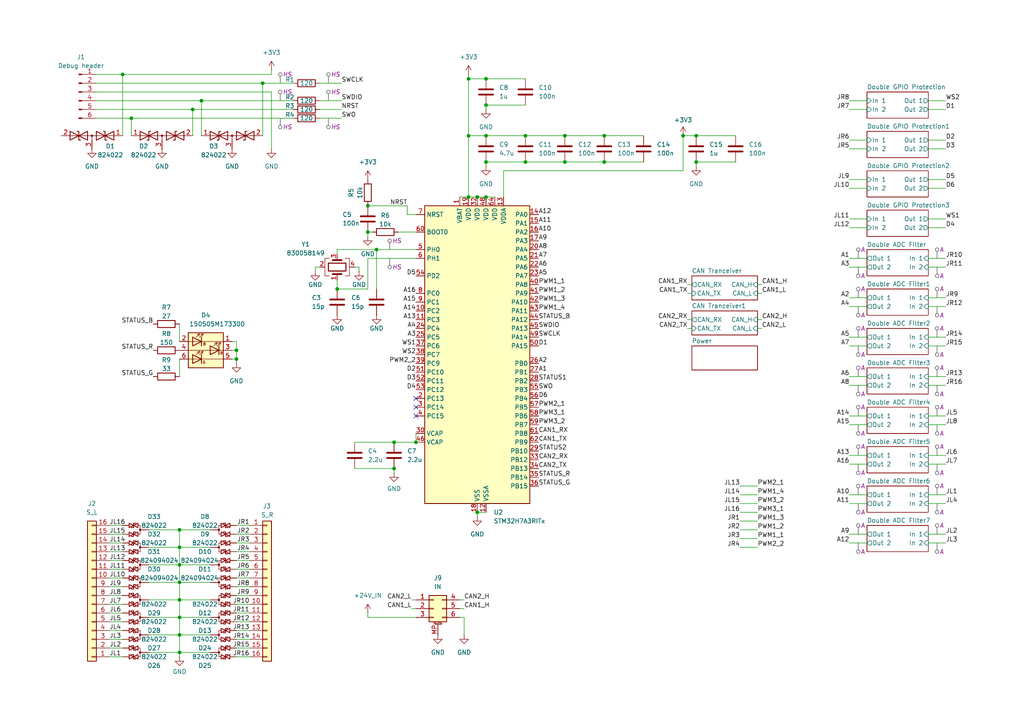
<source format=kicad_sch>
(kicad_sch
	(version 20231120)
	(generator "eeschema")
	(generator_version "8.0")
	(uuid "246a9f42-3cf4-4642-8fd8-5f1a4f99e98a")
	(paper "A4")
	
	(junction
		(at 175.26 46.99)
		(diameter 0)
		(color 0 0 0 0)
		(uuid "0faedb7e-e51b-48da-8bd5-025b23142d1c")
	)
	(junction
		(at 140.97 22.86)
		(diameter 0)
		(color 0 0 0 0)
		(uuid "13454fb4-5f89-4f6a-b18a-eab21014b15c")
	)
	(junction
		(at 175.26 39.37)
		(diameter 0)
		(color 0 0 0 0)
		(uuid "1a6a7547-d86e-4222-b743-33a9f3d82880")
	)
	(junction
		(at 163.83 46.99)
		(diameter 0)
		(color 0 0 0 0)
		(uuid "1a762ff9-8106-48dd-84f4-aae6afbae880")
	)
	(junction
		(at 138.43 148.59)
		(diameter 0)
		(color 0 0 0 0)
		(uuid "1fba0929-f8b9-421a-bc96-66efa46fcee7")
	)
	(junction
		(at 52.07 168.91)
		(diameter 0)
		(color 0 0 0 0)
		(uuid "23b7be04-5c68-4516-868c-8b71fe625f89")
	)
	(junction
		(at 201.93 46.99)
		(diameter 0)
		(color 0 0 0 0)
		(uuid "335df04d-0da4-403a-baad-635138b9b863")
	)
	(junction
		(at 97.79 83.82)
		(diameter 0)
		(color 0 0 0 0)
		(uuid "3bd341a6-e697-4382-8273-d889cde3b026")
	)
	(junction
		(at 198.12 39.37)
		(diameter 0)
		(color 0 0 0 0)
		(uuid "418fbf72-7fe7-4362-b339-9faac9196e49")
	)
	(junction
		(at 52.07 173.99)
		(diameter 0)
		(color 0 0 0 0)
		(uuid "52e1e509-07c2-413b-a9d6-7e9af1b7234c")
	)
	(junction
		(at 106.68 67.31)
		(diameter 0)
		(color 0 0 0 0)
		(uuid "583ea58c-3c4e-43a8-983c-0ef8a0e57e7f")
	)
	(junction
		(at 52.07 184.15)
		(diameter 0)
		(color 0 0 0 0)
		(uuid "5a495e8d-d559-4208-bc20-e1c29e95f13a")
	)
	(junction
		(at 68.58 104.14)
		(diameter 0)
		(color 0 0 0 0)
		(uuid "5eb79890-9b66-4a04-865c-56efe72ed92e")
	)
	(junction
		(at 152.4 39.37)
		(diameter 0)
		(color 0 0 0 0)
		(uuid "61ef05ba-1142-4079-beef-ecae7587b20e")
	)
	(junction
		(at 138.43 57.15)
		(diameter 0)
		(color 0 0 0 0)
		(uuid "63e3cc6a-c379-4c8e-823b-f48ff7360d5e")
	)
	(junction
		(at 140.97 46.99)
		(diameter 0)
		(color 0 0 0 0)
		(uuid "6ee88629-c5f7-4320-aeca-eb6d11cd4764")
	)
	(junction
		(at 135.89 39.37)
		(diameter 0)
		(color 0 0 0 0)
		(uuid "730746cf-2063-4d5d-b9e9-58b696d2d2c2")
	)
	(junction
		(at 140.97 30.48)
		(diameter 0)
		(color 0 0 0 0)
		(uuid "7459708b-7214-4244-8037-5ea7b275b617")
	)
	(junction
		(at 52.07 179.07)
		(diameter 0)
		(color 0 0 0 0)
		(uuid "7e5c391d-4bea-4d07-8cd2-411b916fbb4f")
	)
	(junction
		(at 152.4 46.99)
		(diameter 0)
		(color 0 0 0 0)
		(uuid "80a441f7-0d65-49d5-8d5f-1d4928872c19")
	)
	(junction
		(at 114.3 128.27)
		(diameter 0)
		(color 0 0 0 0)
		(uuid "8d57a956-ebb2-4a05-877b-efffffe2b3a8")
	)
	(junction
		(at 38.1 34.29)
		(diameter 0)
		(color 0 0 0 0)
		(uuid "8edd2698-ff2a-44c5-9304-e5fbc2c965d9")
	)
	(junction
		(at 135.89 57.15)
		(diameter 0)
		(color 0 0 0 0)
		(uuid "927ac146-d17f-48e6-a1b1-24c45689ca84")
	)
	(junction
		(at 68.58 101.6)
		(diameter 0)
		(color 0 0 0 0)
		(uuid "9360b0ce-e82d-4241-8108-ce2f09b1d482")
	)
	(junction
		(at 114.3 135.89)
		(diameter 0)
		(color 0 0 0 0)
		(uuid "96a78eec-d89b-446a-9d22-f333dfcd3a65")
	)
	(junction
		(at 140.97 39.37)
		(diameter 0)
		(color 0 0 0 0)
		(uuid "9938d9cd-4316-4a9c-aac1-2ca4e20d4f3a")
	)
	(junction
		(at 140.97 57.15)
		(diameter 0)
		(color 0 0 0 0)
		(uuid "ab0c9d3a-e379-4ff3-908b-8a82ee094102")
	)
	(junction
		(at 52.07 189.23)
		(diameter 0)
		(color 0 0 0 0)
		(uuid "ab6b5d88-860f-4bee-aa37-bdb154965dd2")
	)
	(junction
		(at 109.22 72.39)
		(diameter 0)
		(color 0 0 0 0)
		(uuid "af84501c-e6af-469a-939a-244d9a11864c")
	)
	(junction
		(at 163.83 39.37)
		(diameter 0)
		(color 0 0 0 0)
		(uuid "b0e8a799-3601-4749-a55c-248820c7677f")
	)
	(junction
		(at 106.68 59.69)
		(diameter 0)
		(color 0 0 0 0)
		(uuid "b1f9304b-911e-4216-bc44-2e5159140188")
	)
	(junction
		(at 135.89 22.86)
		(diameter 0)
		(color 0 0 0 0)
		(uuid "b5e6c25a-9f70-4eae-ac1d-c9cff15c522a")
	)
	(junction
		(at 52.07 163.83)
		(diameter 0)
		(color 0 0 0 0)
		(uuid "c9265e65-f904-4b21-8600-5cc88af2d39c")
	)
	(junction
		(at 52.07 153.67)
		(diameter 0)
		(color 0 0 0 0)
		(uuid "cf6eb0b8-9a3a-474c-ba2f-13fd8def0f60")
	)
	(junction
		(at 201.93 39.37)
		(diameter 0)
		(color 0 0 0 0)
		(uuid "d4de8891-e98c-47a3-84d1-0e55a4fed3c0")
	)
	(junction
		(at 35.56 21.59)
		(diameter 0)
		(color 0 0 0 0)
		(uuid "d8494cb9-6f49-4fef-bc9f-1ab01fdbb0a2")
	)
	(junction
		(at 120.65 128.27)
		(diameter 0)
		(color 0 0 0 0)
		(uuid "d9f081b5-a1c5-4d61-95e7-727613abb1e6")
	)
	(junction
		(at 58.42 29.21)
		(diameter 0)
		(color 0 0 0 0)
		(uuid "e60e70f5-7c68-49c4-afb0-d48e52b24717")
	)
	(junction
		(at 52.07 158.75)
		(diameter 0)
		(color 0 0 0 0)
		(uuid "ebd4f223-5382-429d-88b0-bfe577729178")
	)
	(junction
		(at 55.88 31.75)
		(diameter 0)
		(color 0 0 0 0)
		(uuid "f16fb3e7-6632-467a-ae51-e9b2b11712c0")
	)
	(junction
		(at 76.2 24.13)
		(diameter 0)
		(color 0 0 0 0)
		(uuid "f63c9309-2913-446e-8f26-b9b3dcfd7a63")
	)
	(no_connect
		(at 120.65 118.11)
		(uuid "34880119-e493-43f2-a6b2-72302f62cd78")
	)
	(no_connect
		(at 120.65 115.57)
		(uuid "f0296db4-27fb-43f5-be7d-df1108e4426e")
	)
	(no_connect
		(at 120.65 120.65)
		(uuid "fc2b6ed5-c232-4164-a227-8c471f13453e")
	)
	(wire
		(pts
			(xy 138.43 57.15) (xy 140.97 57.15)
		)
		(stroke
			(width 0)
			(type default)
		)
		(uuid "00c3f738-bf4c-4f5f-b968-c271d45dc3a4")
	)
	(wire
		(pts
			(xy 274.32 54.61) (xy 269.24 54.61)
		)
		(stroke
			(width 0)
			(type default)
		)
		(uuid "02c03285-7269-4e66-9f32-68dc0be415e9")
	)
	(wire
		(pts
			(xy 106.68 179.07) (xy 120.65 179.07)
		)
		(stroke
			(width 0)
			(type default)
		)
		(uuid "02e51f05-7118-489c-aef9-57d19d058f77")
	)
	(wire
		(pts
			(xy 52.07 179.07) (xy 52.07 184.15)
		)
		(stroke
			(width 0)
			(type default)
		)
		(uuid "0303d9a7-cdd9-4d63-b2aa-fe4f7e7ea423")
	)
	(wire
		(pts
			(xy 52.07 168.91) (xy 52.07 173.99)
		)
		(stroke
			(width 0)
			(type default)
		)
		(uuid "034eb1cc-3d05-4629-9ae4-4c965b9dfe1c")
	)
	(wire
		(pts
			(xy 68.58 101.6) (xy 68.58 104.14)
		)
		(stroke
			(width 0)
			(type default)
		)
		(uuid "03e863bb-f3c4-473c-bcd4-7782986c2ec5")
	)
	(wire
		(pts
			(xy 27.94 24.13) (xy 76.2 24.13)
		)
		(stroke
			(width 0)
			(type default)
		)
		(uuid "03ea955e-5bd9-43ae-8f2c-99f4e66cbacf")
	)
	(wire
		(pts
			(xy 269.24 111.76) (xy 274.32 111.76)
		)
		(stroke
			(width 0)
			(type default)
		)
		(uuid "046a9763-9a61-44d0-ab52-302689d54e11")
	)
	(wire
		(pts
			(xy 52.07 163.83) (xy 60.96 163.83)
		)
		(stroke
			(width 0)
			(type default)
		)
		(uuid "050a2432-1a86-45d8-ba1a-01f2b3da46db")
	)
	(wire
		(pts
			(xy 246.38 77.47) (xy 251.46 77.47)
		)
		(stroke
			(width 0)
			(type default)
		)
		(uuid "07019a9f-2a2e-49d0-b2ef-c049821c1410")
	)
	(wire
		(pts
			(xy 134.62 179.07) (xy 133.35 179.07)
		)
		(stroke
			(width 0)
			(type default)
		)
		(uuid "09643cf9-333b-4ecd-9673-e5039a71d6a6")
	)
	(wire
		(pts
			(xy 140.97 31.75) (xy 140.97 30.48)
		)
		(stroke
			(width 0)
			(type default)
		)
		(uuid "0c91e935-7c35-4ba0-a0b9-5beea7481d62")
	)
	(wire
		(pts
			(xy 43.18 163.83) (xy 52.07 163.83)
		)
		(stroke
			(width 0)
			(type default)
		)
		(uuid "0dad2b87-a28c-4cef-b693-980911acde13")
	)
	(wire
		(pts
			(xy 68.58 99.06) (xy 68.58 101.6)
		)
		(stroke
			(width 0)
			(type default)
		)
		(uuid "0ef91f87-b005-41d4-9291-9b0c31dea7b3")
	)
	(wire
		(pts
			(xy 135.89 57.15) (xy 138.43 57.15)
		)
		(stroke
			(width 0)
			(type default)
		)
		(uuid "0f1aaa8e-dea1-479f-abf2-070144b046c0")
	)
	(wire
		(pts
			(xy 97.79 72.39) (xy 109.22 72.39)
		)
		(stroke
			(width 0)
			(type default)
		)
		(uuid "106b7e8b-fd1a-4f46-8138-58d328fcabdf")
	)
	(wire
		(pts
			(xy 43.18 173.99) (xy 52.07 173.99)
		)
		(stroke
			(width 0)
			(type default)
		)
		(uuid "11fb9953-585f-4ec6-80de-2536179df06d")
	)
	(wire
		(pts
			(xy 107.95 67.31) (xy 106.68 67.31)
		)
		(stroke
			(width 0)
			(type default)
		)
		(uuid "136b25e0-1107-4118-8123-5a58a290dfef")
	)
	(wire
		(pts
			(xy 35.56 172.72) (xy 31.75 172.72)
		)
		(stroke
			(width 0)
			(type default)
		)
		(uuid "13aaac1d-a492-45d3-911c-7fce28cfa8d4")
	)
	(wire
		(pts
			(xy 109.22 72.39) (xy 109.22 83.82)
		)
		(stroke
			(width 0)
			(type default)
		)
		(uuid "17c30180-52bd-416a-95ab-6b50205ca129")
	)
	(wire
		(pts
			(xy 246.38 143.51) (xy 251.46 143.51)
		)
		(stroke
			(width 0)
			(type default)
		)
		(uuid "193c0b37-6765-4765-991a-614e4c170a1f")
	)
	(wire
		(pts
			(xy 106.68 59.69) (xy 118.11 59.69)
		)
		(stroke
			(width 0)
			(type default)
		)
		(uuid "1a4bbbc4-883f-4f82-9bda-429b26e0f109")
	)
	(wire
		(pts
			(xy 118.11 62.23) (xy 120.65 62.23)
		)
		(stroke
			(width 0)
			(type default)
		)
		(uuid "1ac14a14-157c-44e7-8281-0c53559e315c")
	)
	(wire
		(pts
			(xy 68.58 162.56) (xy 72.39 162.56)
		)
		(stroke
			(width 0)
			(type default)
		)
		(uuid "1b9550ed-cabf-497e-b031-055ea8245d6a")
	)
	(wire
		(pts
			(xy 35.56 182.88) (xy 31.75 182.88)
		)
		(stroke
			(width 0)
			(type default)
		)
		(uuid "1cbdc3bd-06be-4ae9-a8ec-31d13405ecc2")
	)
	(wire
		(pts
			(xy 135.89 22.86) (xy 140.97 22.86)
		)
		(stroke
			(width 0)
			(type default)
		)
		(uuid "1d91dd9d-6e4c-4cd1-892d-047dfaffd2c5")
	)
	(wire
		(pts
			(xy 35.56 175.26) (xy 31.75 175.26)
		)
		(stroke
			(width 0)
			(type default)
		)
		(uuid "1de68078-e6ee-4922-afb9-d07ea2995d2e")
	)
	(wire
		(pts
			(xy 99.06 31.75) (xy 92.71 31.75)
		)
		(stroke
			(width 0)
			(type default)
		)
		(uuid "1e5686b1-e252-4b83-b17a-2a6e70e41ebd")
	)
	(wire
		(pts
			(xy 134.62 184.15) (xy 134.62 179.07)
		)
		(stroke
			(width 0)
			(type default)
		)
		(uuid "1fcf5cff-82c3-47de-a645-8871f29d9e99")
	)
	(wire
		(pts
			(xy 246.38 40.64) (xy 251.46 40.64)
		)
		(stroke
			(width 0)
			(type default)
		)
		(uuid "21ec9914-50de-4829-87c8-6abef0833a7f")
	)
	(wire
		(pts
			(xy 78.74 43.18) (xy 78.74 26.67)
		)
		(stroke
			(width 0)
			(type default)
		)
		(uuid "220af1a0-8d8c-4df9-8756-4f37ba351685")
	)
	(wire
		(pts
			(xy 35.56 190.5) (xy 31.75 190.5)
		)
		(stroke
			(width 0)
			(type default)
		)
		(uuid "22aa4bc2-fcc7-47eb-bbe4-9c28cdc79ce5")
	)
	(wire
		(pts
			(xy 52.07 158.75) (xy 52.07 163.83)
		)
		(stroke
			(width 0)
			(type default)
		)
		(uuid "252393ce-6cf2-49db-9cc4-ef4598708c8a")
	)
	(wire
		(pts
			(xy 274.32 29.21) (xy 269.24 29.21)
		)
		(stroke
			(width 0)
			(type default)
		)
		(uuid "289bfa10-7205-47f0-9c63-639befda4eae")
	)
	(wire
		(pts
			(xy 68.58 182.88) (xy 72.39 182.88)
		)
		(stroke
			(width 0)
			(type default)
		)
		(uuid "2bf5cf48-e802-40fb-9875-afbcbbe7ce17")
	)
	(wire
		(pts
			(xy 246.38 111.76) (xy 251.46 111.76)
		)
		(stroke
			(width 0)
			(type default)
		)
		(uuid "2d8f8933-7cdd-42a6-b454-cd208c51236c")
	)
	(wire
		(pts
			(xy 175.26 46.99) (xy 186.69 46.99)
		)
		(stroke
			(width 0)
			(type default)
		)
		(uuid "2f4e5d47-367b-42ae-ba4d-9fcc1012c3de")
	)
	(wire
		(pts
			(xy 140.97 46.99) (xy 152.4 46.99)
		)
		(stroke
			(width 0)
			(type default)
		)
		(uuid "2f506071-9a44-4e48-ac76-84c9ee7d9730")
	)
	(wire
		(pts
			(xy 140.97 48.26) (xy 140.97 46.99)
		)
		(stroke
			(width 0)
			(type default)
		)
		(uuid "2fd8fc58-628c-40ce-bd40-4482fad2134f")
	)
	(wire
		(pts
			(xy 135.89 39.37) (xy 135.89 57.15)
		)
		(stroke
			(width 0)
			(type default)
		)
		(uuid "319e8e65-d0b2-4966-9880-27fca007045c")
	)
	(wire
		(pts
			(xy 114.3 137.16) (xy 114.3 135.89)
		)
		(stroke
			(width 0)
			(type default)
		)
		(uuid "3256622b-f4d0-45c0-a3d2-81698764a22d")
	)
	(wire
		(pts
			(xy 104.14 78.74) (xy 104.14 77.47)
		)
		(stroke
			(width 0)
			(type default)
		)
		(uuid "32879dfa-8f70-47fe-888e-0f8c9f7909f1")
	)
	(wire
		(pts
			(xy 68.58 172.72) (xy 72.39 172.72)
		)
		(stroke
			(width 0)
			(type default)
		)
		(uuid "349a9aee-6235-44fb-bc34-786ea4d753d8")
	)
	(wire
		(pts
			(xy 68.58 180.34) (xy 72.39 180.34)
		)
		(stroke
			(width 0)
			(type default)
		)
		(uuid "34cc20c1-2da5-4078-83b1-bfafdaadacc2")
	)
	(wire
		(pts
			(xy 146.05 49.53) (xy 146.05 57.15)
		)
		(stroke
			(width 0)
			(type default)
		)
		(uuid "34e3f1f1-2741-4dfa-af9f-c112bd474a87")
	)
	(wire
		(pts
			(xy 68.58 105.41) (xy 68.58 104.14)
		)
		(stroke
			(width 0)
			(type default)
		)
		(uuid "38a6d3bc-4ee0-4030-93d9-bf9ebfdc0db5")
	)
	(wire
		(pts
			(xy 99.06 34.29) (xy 92.71 34.29)
		)
		(stroke
			(width 0)
			(type default)
		)
		(uuid "3abf7b10-08a7-4c3a-b7bb-b15324f2507e")
	)
	(wire
		(pts
			(xy 52.07 173.99) (xy 60.96 173.99)
		)
		(stroke
			(width 0)
			(type default)
		)
		(uuid "3b38b533-37ae-4fcd-8c65-e866283e8b49")
	)
	(wire
		(pts
			(xy 99.06 29.21) (xy 92.71 29.21)
		)
		(stroke
			(width 0)
			(type default)
		)
		(uuid "3baddbc1-a075-4cea-bd14-aa6bd337112d")
	)
	(wire
		(pts
			(xy 246.38 54.61) (xy 251.46 54.61)
		)
		(stroke
			(width 0)
			(type default)
		)
		(uuid "3c4b256e-33a1-4289-8d4e-ed38ddde4477")
	)
	(wire
		(pts
			(xy 102.87 135.89) (xy 114.3 135.89)
		)
		(stroke
			(width 0)
			(type default)
		)
		(uuid "3d1479cd-ec76-4a04-8d4a-27b1bdb3a5ec")
	)
	(wire
		(pts
			(xy 68.58 170.18) (xy 72.39 170.18)
		)
		(stroke
			(width 0)
			(type default)
		)
		(uuid "3d69579b-6a03-4220-9735-861046ab3d8e")
	)
	(wire
		(pts
			(xy 68.58 167.64) (xy 72.39 167.64)
		)
		(stroke
			(width 0)
			(type default)
		)
		(uuid "3ebcc135-7723-4fba-a462-8de7c8ec416a")
	)
	(wire
		(pts
			(xy 68.58 99.06) (xy 67.31 99.06)
		)
		(stroke
			(width 0)
			(type default)
		)
		(uuid "3f98c0b4-5f38-4d2f-93a7-ba4b9193cf2c")
	)
	(wire
		(pts
			(xy 52.07 153.67) (xy 52.07 158.75)
		)
		(stroke
			(width 0)
			(type default)
		)
		(uuid "43c97b2f-c150-430a-b364-5cc9c1d03af7")
	)
	(wire
		(pts
			(xy 219.71 85.09) (xy 220.98 85.09)
		)
		(stroke
			(width 0)
			(type default)
		)
		(uuid "441334e1-2272-4037-ac0c-890e6952a4e4")
	)
	(wire
		(pts
			(xy 246.38 157.48) (xy 251.46 157.48)
		)
		(stroke
			(width 0)
			(type default)
		)
		(uuid "45bf284a-535b-4ec9-ae60-c66f9812b72a")
	)
	(wire
		(pts
			(xy 246.38 109.22) (xy 251.46 109.22)
		)
		(stroke
			(width 0)
			(type default)
		)
		(uuid "46975ee1-51b3-4808-b99c-66e549cce586")
	)
	(wire
		(pts
			(xy 140.97 39.37) (xy 152.4 39.37)
		)
		(stroke
			(width 0)
			(type default)
		)
		(uuid "4a3ddc6d-f97f-4e4d-84a7-65c21555086c")
	)
	(wire
		(pts
			(xy 138.43 148.59) (xy 140.97 148.59)
		)
		(stroke
			(width 0)
			(type default)
		)
		(uuid "4a86957c-77a0-4ce8-bf18-bf0396316997")
	)
	(wire
		(pts
			(xy 119.38 176.53) (xy 120.65 176.53)
		)
		(stroke
			(width 0)
			(type default)
		)
		(uuid "4a949536-b2bc-4b6d-b764-4ccd9f588ec5")
	)
	(wire
		(pts
			(xy 68.58 104.14) (xy 67.31 104.14)
		)
		(stroke
			(width 0)
			(type default)
		)
		(uuid "4aac2683-5ed4-46cc-8453-081a1ac1680b")
	)
	(wire
		(pts
			(xy 175.26 39.37) (xy 186.69 39.37)
		)
		(stroke
			(width 0)
			(type default)
		)
		(uuid "4ad69155-d851-4b9f-b769-fc6449b5ea3b")
	)
	(wire
		(pts
			(xy 274.32 31.75) (xy 269.24 31.75)
		)
		(stroke
			(width 0)
			(type default)
		)
		(uuid "4bb77cb6-1ef3-49ae-88a3-db535bd5a2a3")
	)
	(wire
		(pts
			(xy 27.94 31.75) (xy 55.88 31.75)
		)
		(stroke
			(width 0)
			(type default)
		)
		(uuid "4d4bceb5-f819-40a8-8953-d931043aacd5")
	)
	(wire
		(pts
			(xy 214.63 143.51) (xy 219.71 143.51)
		)
		(stroke
			(width 0)
			(type default)
		)
		(uuid "4e90c772-132d-46b1-9761-2437cf469a96")
	)
	(wire
		(pts
			(xy 38.1 34.29) (xy 85.09 34.29)
		)
		(stroke
			(width 0)
			(type default)
		)
		(uuid "4eff0188-7af9-4831-93d1-594d41120b2c")
	)
	(wire
		(pts
			(xy 35.56 185.42) (xy 31.75 185.42)
		)
		(stroke
			(width 0)
			(type default)
		)
		(uuid "4f8baabf-a748-42f9-94b0-7b7ecf887bd7")
	)
	(wire
		(pts
			(xy 76.2 39.37) (xy 76.2 24.13)
		)
		(stroke
			(width 0)
			(type default)
		)
		(uuid "4fb98932-37d3-4ca5-b8f9-537e7b97919e")
	)
	(wire
		(pts
			(xy 199.39 92.71) (xy 200.66 92.71)
		)
		(stroke
			(width 0)
			(type default)
		)
		(uuid "54ff6277-d108-4c57-b38b-3be6b142ecd0")
	)
	(wire
		(pts
			(xy 97.79 83.82) (xy 97.79 81.28)
		)
		(stroke
			(width 0)
			(type default)
		)
		(uuid "55012540-e0d1-49fe-803e-43ed943432f8")
	)
	(wire
		(pts
			(xy 52.07 184.15) (xy 60.96 184.15)
		)
		(stroke
			(width 0)
			(type default)
		)
		(uuid "5d5e3750-e898-4850-b150-63cd526c176d")
	)
	(wire
		(pts
			(xy 115.57 67.31) (xy 120.65 67.31)
		)
		(stroke
			(width 0)
			(type default)
		)
		(uuid "5dc8ccb6-b380-481a-86fd-234533b3763b")
	)
	(wire
		(pts
			(xy 269.24 120.65) (xy 274.32 120.65)
		)
		(stroke
			(width 0)
			(type default)
		)
		(uuid "5ed822f9-eda1-4128-a33b-27d5b0ac4d39")
	)
	(wire
		(pts
			(xy 35.56 157.48) (xy 31.75 157.48)
		)
		(stroke
			(width 0)
			(type default)
		)
		(uuid "604be9eb-ac6e-43ef-90d5-2ba4f388dc9f")
	)
	(wire
		(pts
			(xy 68.58 185.42) (xy 72.39 185.42)
		)
		(stroke
			(width 0)
			(type default)
		)
		(uuid "62a7ea53-6102-441f-b8c2-4dfa0f51aefc")
	)
	(wire
		(pts
			(xy 118.11 59.69) (xy 118.11 62.23)
		)
		(stroke
			(width 0)
			(type default)
		)
		(uuid "62a8c19c-6239-49bb-818b-d4210c55ae2f")
	)
	(wire
		(pts
			(xy 214.63 146.05) (xy 219.71 146.05)
		)
		(stroke
			(width 0)
			(type default)
		)
		(uuid "6395668c-d00a-4ab1-92e4-e1b116493d87")
	)
	(wire
		(pts
			(xy 269.24 154.94) (xy 274.32 154.94)
		)
		(stroke
			(width 0)
			(type default)
		)
		(uuid "6469f810-3b99-4129-a56d-7f3d8c25572f")
	)
	(wire
		(pts
			(xy 152.4 46.99) (xy 163.83 46.99)
		)
		(stroke
			(width 0)
			(type default)
		)
		(uuid "65448fd7-81f0-497b-953b-966e3eae7d71")
	)
	(wire
		(pts
			(xy 35.56 154.94) (xy 31.75 154.94)
		)
		(stroke
			(width 0)
			(type default)
		)
		(uuid "67fff605-4247-42bf-ac0e-cb05c0ef5308")
	)
	(wire
		(pts
			(xy 35.56 152.4) (xy 31.75 152.4)
		)
		(stroke
			(width 0)
			(type default)
		)
		(uuid "684d6043-d1f4-4fb4-8b5a-712116e538cc")
	)
	(wire
		(pts
			(xy 219.71 82.55) (xy 220.98 82.55)
		)
		(stroke
			(width 0)
			(type default)
		)
		(uuid "68982d33-3348-4293-af2d-00d2bf87c31c")
	)
	(wire
		(pts
			(xy 246.38 63.5) (xy 251.46 63.5)
		)
		(stroke
			(width 0)
			(type default)
		)
		(uuid "6967dab9-ba0f-47fa-855b-81615c3e18c1")
	)
	(wire
		(pts
			(xy 68.58 187.96) (xy 72.39 187.96)
		)
		(stroke
			(width 0)
			(type default)
		)
		(uuid "6c123143-d547-43c7-b532-11fdef114118")
	)
	(wire
		(pts
			(xy 163.83 39.37) (xy 175.26 39.37)
		)
		(stroke
			(width 0)
			(type default)
		)
		(uuid "6cbb2ae6-6394-4ff1-8b84-21e211ea8033")
	)
	(wire
		(pts
			(xy 78.74 21.59) (xy 35.56 21.59)
		)
		(stroke
			(width 0)
			(type default)
		)
		(uuid "7068abdf-11e6-40a5-8c03-913a9098550e")
	)
	(wire
		(pts
			(xy 199.39 82.55) (xy 200.66 82.55)
		)
		(stroke
			(width 0)
			(type default)
		)
		(uuid "70ce3814-2cff-48a0-bac0-a42e75589f7c")
	)
	(wire
		(pts
			(xy 52.07 189.23) (xy 60.96 189.23)
		)
		(stroke
			(width 0)
			(type default)
		)
		(uuid "71914898-0ba2-4404-89de-df20052ef202")
	)
	(wire
		(pts
			(xy 246.38 86.36) (xy 251.46 86.36)
		)
		(stroke
			(width 0)
			(type default)
		)
		(uuid "72ac8ac3-2ee2-4a8f-89be-619749f2f6bb")
	)
	(wire
		(pts
			(xy 43.18 179.07) (xy 52.07 179.07)
		)
		(stroke
			(width 0)
			(type default)
		)
		(uuid "72b08ba6-cceb-4121-b855-85b9c3ec16ab")
	)
	(wire
		(pts
			(xy 52.07 179.07) (xy 60.96 179.07)
		)
		(stroke
			(width 0)
			(type default)
		)
		(uuid "730a5782-efd0-49ce-93b3-9d85d0f5cde7")
	)
	(wire
		(pts
			(xy 274.32 40.64) (xy 269.24 40.64)
		)
		(stroke
			(width 0)
			(type default)
		)
		(uuid "73627e11-9c8b-4ee1-b325-43f6b4d13590")
	)
	(wire
		(pts
			(xy 134.62 173.99) (xy 133.35 173.99)
		)
		(stroke
			(width 0)
			(type default)
		)
		(uuid "73f4ff9b-7227-4add-9ba1-b9db6cdaeeee")
	)
	(wire
		(pts
			(xy 246.38 52.07) (xy 251.46 52.07)
		)
		(stroke
			(width 0)
			(type default)
		)
		(uuid "7445cc10-d40e-4bd6-93af-4dc1af630744")
	)
	(wire
		(pts
			(xy 35.56 165.1) (xy 31.75 165.1)
		)
		(stroke
			(width 0)
			(type default)
		)
		(uuid "7490a687-d148-4bbd-b8b5-79167fe0aa65")
	)
	(wire
		(pts
			(xy 35.56 21.59) (xy 35.56 39.37)
		)
		(stroke
			(width 0)
			(type default)
		)
		(uuid "752ab649-50ea-4ab7-bd3c-6ac87f543645")
	)
	(wire
		(pts
			(xy 269.24 123.19) (xy 274.32 123.19)
		)
		(stroke
			(width 0)
			(type default)
		)
		(uuid "762ccc46-2002-452a-9df6-c8d370519e2b")
	)
	(wire
		(pts
			(xy 246.38 146.05) (xy 251.46 146.05)
		)
		(stroke
			(width 0)
			(type default)
		)
		(uuid "795f31da-483c-4a8b-bc58-8dbc40bdb323")
	)
	(wire
		(pts
			(xy 246.38 66.04) (xy 251.46 66.04)
		)
		(stroke
			(width 0)
			(type default)
		)
		(uuid "79dffb39-7b41-4f96-ac2d-68acb3a2d83a")
	)
	(wire
		(pts
			(xy 52.07 163.83) (xy 52.07 168.91)
		)
		(stroke
			(width 0)
			(type default)
		)
		(uuid "7c8660a1-be9d-45c9-9c4a-74604763d2f0")
	)
	(wire
		(pts
			(xy 68.58 152.4) (xy 72.39 152.4)
		)
		(stroke
			(width 0)
			(type default)
		)
		(uuid "7d70ea47-6abf-44a1-9a41-caac30d6178e")
	)
	(wire
		(pts
			(xy 135.89 39.37) (xy 140.97 39.37)
		)
		(stroke
			(width 0)
			(type default)
		)
		(uuid "80583bc6-a3de-44ce-8e05-2f0143343034")
	)
	(wire
		(pts
			(xy 198.12 39.37) (xy 201.93 39.37)
		)
		(stroke
			(width 0)
			(type default)
		)
		(uuid "81448d5b-dfec-4dd6-9703-b8e7bc0d6968")
	)
	(wire
		(pts
			(xy 246.38 100.33) (xy 251.46 100.33)
		)
		(stroke
			(width 0)
			(type default)
		)
		(uuid "81cdd66b-ac50-4c22-8442-84ce470b011d")
	)
	(wire
		(pts
			(xy 246.38 120.65) (xy 251.46 120.65)
		)
		(stroke
			(width 0)
			(type default)
		)
		(uuid "83c93ef7-e0ed-4405-bfd3-8a16d8c484bf")
	)
	(wire
		(pts
			(xy 52.07 189.23) (xy 52.07 190.5)
		)
		(stroke
			(width 0)
			(type default)
		)
		(uuid "83de6e92-5679-415c-bdc3-a3af216732b0")
	)
	(wire
		(pts
			(xy 43.18 158.75) (xy 52.07 158.75)
		)
		(stroke
			(width 0)
			(type default)
		)
		(uuid "83ec5488-fd6d-4500-9382-f1c9933ce37c")
	)
	(wire
		(pts
			(xy 246.38 154.94) (xy 251.46 154.94)
		)
		(stroke
			(width 0)
			(type default)
		)
		(uuid "868fd2cf-5015-4d5c-88aa-7feecce7fce4")
	)
	(wire
		(pts
			(xy 55.88 31.75) (xy 55.88 39.37)
		)
		(stroke
			(width 0)
			(type default)
		)
		(uuid "86f7d94b-d59e-44e2-8748-6e667f4aef64")
	)
	(wire
		(pts
			(xy 38.1 34.29) (xy 38.1 39.37)
		)
		(stroke
			(width 0)
			(type default)
		)
		(uuid "8749140a-9a28-472f-91fe-5493c58f3fec")
	)
	(wire
		(pts
			(xy 78.74 21.59) (xy 78.74 20.32)
		)
		(stroke
			(width 0)
			(type default)
		)
		(uuid "890723ea-bebb-439f-958d-a064d09aa7e1")
	)
	(wire
		(pts
			(xy 27.94 29.21) (xy 58.42 29.21)
		)
		(stroke
			(width 0)
			(type default)
		)
		(uuid "8a16a9d5-a8d0-41a3-adbe-a5c41b7ec656")
	)
	(wire
		(pts
			(xy 269.24 88.9) (xy 274.32 88.9)
		)
		(stroke
			(width 0)
			(type default)
		)
		(uuid "8b50ba3a-36d1-4fca-a044-476bf9c55a0e")
	)
	(wire
		(pts
			(xy 246.38 88.9) (xy 251.46 88.9)
		)
		(stroke
			(width 0)
			(type default)
		)
		(uuid "8e54bae6-310e-49df-b241-930d37c9dfbf")
	)
	(wire
		(pts
			(xy 68.58 160.02) (xy 72.39 160.02)
		)
		(stroke
			(width 0)
			(type default)
		)
		(uuid "8fdd6b36-f07a-4c7c-9f31-27bd6d2342ff")
	)
	(wire
		(pts
			(xy 163.83 46.99) (xy 175.26 46.99)
		)
		(stroke
			(width 0)
			(type default)
		)
		(uuid "96b0d394-0b88-45c1-8172-1431dd192851")
	)
	(wire
		(pts
			(xy 104.14 77.47) (xy 102.87 77.47)
		)
		(stroke
			(width 0)
			(type default)
		)
		(uuid "97d90ea5-9485-4e12-927b-8b686691137f")
	)
	(wire
		(pts
			(xy 269.24 74.93) (xy 274.32 74.93)
		)
		(stroke
			(width 0)
			(type default)
		)
		(uuid "9b43fe9f-0fa6-4f3a-bb06-6f7c0396d50b")
	)
	(wire
		(pts
			(xy 214.63 151.13) (xy 219.71 151.13)
		)
		(stroke
			(width 0)
			(type default)
		)
		(uuid "9c222faa-e0f6-4cc3-835e-cbf8bb625d81")
	)
	(wire
		(pts
			(xy 68.58 175.26) (xy 72.39 175.26)
		)
		(stroke
			(width 0)
			(type default)
		)
		(uuid "9e1f8b85-7eb5-403f-b3ab-27ff31019d3f")
	)
	(wire
		(pts
			(xy 35.56 187.96) (xy 31.75 187.96)
		)
		(stroke
			(width 0)
			(type default)
		)
		(uuid "9f0a2609-5353-4c0c-a8ce-5203e4952f1a")
	)
	(wire
		(pts
			(xy 269.24 109.22) (xy 274.32 109.22)
		)
		(stroke
			(width 0)
			(type default)
		)
		(uuid "9f33ddaa-2e7e-4540-b4cb-9f80b3769576")
	)
	(wire
		(pts
			(xy 269.24 63.5) (xy 274.32 63.5)
		)
		(stroke
			(width 0)
			(type default)
		)
		(uuid "9f37bf6f-a3c8-4f77-9658-aa0114f771d2")
	)
	(wire
		(pts
			(xy 246.38 31.75) (xy 251.46 31.75)
		)
		(stroke
			(width 0)
			(type default)
		)
		(uuid "a02c86dc-a145-4ecd-a802-3080febbafee")
	)
	(wire
		(pts
			(xy 201.93 39.37) (xy 213.36 39.37)
		)
		(stroke
			(width 0)
			(type default)
		)
		(uuid "a11e87fc-d7eb-4d8c-94a3-a153d319a5b6")
	)
	(wire
		(pts
			(xy 35.56 21.59) (xy 27.94 21.59)
		)
		(stroke
			(width 0)
			(type default)
		)
		(uuid "a1adc057-6535-4793-8d8d-7c3137110326")
	)
	(wire
		(pts
			(xy 120.65 128.27) (xy 114.3 128.27)
		)
		(stroke
			(width 0)
			(type default)
		)
		(uuid "a374cc97-25dd-4c87-880b-3dd7be297b6e")
	)
	(wire
		(pts
			(xy 140.97 30.48) (xy 152.4 30.48)
		)
		(stroke
			(width 0)
			(type default)
		)
		(uuid "a45c0936-d61e-4288-9da7-30478b873d2d")
	)
	(wire
		(pts
			(xy 68.58 157.48) (xy 72.39 157.48)
		)
		(stroke
			(width 0)
			(type default)
		)
		(uuid "a5683189-69dd-453e-8098-d51185062a7c")
	)
	(wire
		(pts
			(xy 269.24 146.05) (xy 274.32 146.05)
		)
		(stroke
			(width 0)
			(type default)
		)
		(uuid "a7414dbe-241f-4952-96f9-d0e16962052d")
	)
	(wire
		(pts
			(xy 52.07 158.75) (xy 60.96 158.75)
		)
		(stroke
			(width 0)
			(type default)
		)
		(uuid "a8d1d868-1344-4d2a-a953-d212f01462d5")
	)
	(wire
		(pts
			(xy 201.93 48.26) (xy 201.93 46.99)
		)
		(stroke
			(width 0)
			(type default)
		)
		(uuid "aa4120b2-574b-4f0d-a6c9-f6d2a996df84")
	)
	(wire
		(pts
			(xy 134.62 176.53) (xy 133.35 176.53)
		)
		(stroke
			(width 0)
			(type default)
		)
		(uuid "aa84cfb4-0e65-4872-9a55-05689295f5ec")
	)
	(wire
		(pts
			(xy 219.71 95.25) (xy 220.98 95.25)
		)
		(stroke
			(width 0)
			(type default)
		)
		(uuid "ac8a55cc-d8f3-4eeb-a00e-b8d467b86c7f")
	)
	(wire
		(pts
			(xy 269.24 77.47) (xy 274.32 77.47)
		)
		(stroke
			(width 0)
			(type default)
		)
		(uuid "acf8058c-9b24-4649-bc0b-3ca5d3fc4126")
	)
	(wire
		(pts
			(xy 219.71 92.71) (xy 220.98 92.71)
		)
		(stroke
			(width 0)
			(type default)
		)
		(uuid "ae74f47d-71ff-4c89-84d0-becc91d000c5")
	)
	(wire
		(pts
			(xy 35.56 167.64) (xy 31.75 167.64)
		)
		(stroke
			(width 0)
			(type default)
		)
		(uuid "aed847a5-e945-4b29-af4b-a981064b473c")
	)
	(wire
		(pts
			(xy 55.88 31.75) (xy 85.09 31.75)
		)
		(stroke
			(width 0)
			(type default)
		)
		(uuid "b05434ab-d577-46e8-a801-a2c77f9984e9")
	)
	(wire
		(pts
			(xy 214.63 153.67) (xy 219.71 153.67)
		)
		(stroke
			(width 0)
			(type default)
		)
		(uuid "b1104d4b-bba9-4e09-b48d-383e8a864c05")
	)
	(wire
		(pts
			(xy 43.18 184.15) (xy 52.07 184.15)
		)
		(stroke
			(width 0)
			(type default)
		)
		(uuid "b12f461e-9723-431c-affd-b99fbc8e8426")
	)
	(wire
		(pts
			(xy 91.44 77.47) (xy 91.44 78.74)
		)
		(stroke
			(width 0)
			(type default)
		)
		(uuid "b17c6ac8-cf4d-4d6d-8cad-9643d8e7a227")
	)
	(wire
		(pts
			(xy 52.07 168.91) (xy 60.96 168.91)
		)
		(stroke
			(width 0)
			(type default)
		)
		(uuid "b3340d8e-a6d5-4752-8405-be3855bf2dca")
	)
	(wire
		(pts
			(xy 68.58 177.8) (xy 72.39 177.8)
		)
		(stroke
			(width 0)
			(type default)
		)
		(uuid "b4cca263-13b6-4139-8a4d-48cf62a928e3")
	)
	(wire
		(pts
			(xy 68.58 190.5) (xy 72.39 190.5)
		)
		(stroke
			(width 0)
			(type default)
		)
		(uuid "b4ed1bc8-bf43-40f0-9393-4cf4f283b3ec")
	)
	(wire
		(pts
			(xy 91.44 77.47) (xy 92.71 77.47)
		)
		(stroke
			(width 0)
			(type default)
		)
		(uuid "b5075339-4ce0-4208-916b-2031809f36f7")
	)
	(wire
		(pts
			(xy 35.56 177.8) (xy 31.75 177.8)
		)
		(stroke
			(width 0)
			(type default)
		)
		(uuid "b5137006-1994-49ef-848a-bee393b74352")
	)
	(wire
		(pts
			(xy 120.65 125.73) (xy 120.65 128.27)
		)
		(stroke
			(width 0)
			(type default)
		)
		(uuid "b53b8d91-fb81-4e3a-8522-2c577a5dac9f")
	)
	(wire
		(pts
			(xy 269.24 132.08) (xy 274.32 132.08)
		)
		(stroke
			(width 0)
			(type default)
		)
		(uuid "b6ad8054-77e2-4d88-8489-f4b7e52acf1c")
	)
	(wire
		(pts
			(xy 43.18 189.23) (xy 52.07 189.23)
		)
		(stroke
			(width 0)
			(type default)
		)
		(uuid "b80ef5e3-8155-4fe2-b22b-86672ca6b290")
	)
	(wire
		(pts
			(xy 246.38 132.08) (xy 251.46 132.08)
		)
		(stroke
			(width 0)
			(type default)
		)
		(uuid "ba806781-cf5d-46a8-9f32-5bf0f4d249d6")
	)
	(wire
		(pts
			(xy 269.24 157.48) (xy 274.32 157.48)
		)
		(stroke
			(width 0)
			(type default)
		)
		(uuid "bab79d67-f408-4b71-9cef-46860a763f65")
	)
	(wire
		(pts
			(xy 43.18 168.91) (xy 52.07 168.91)
		)
		(stroke
			(width 0)
			(type default)
		)
		(uuid "bc716928-2ac4-4f5c-8048-eddc63f8d43a")
	)
	(wire
		(pts
			(xy 214.63 156.21) (xy 219.71 156.21)
		)
		(stroke
			(width 0)
			(type default)
		)
		(uuid "bd23d700-fcfa-4992-bee1-db90f9af2d67")
	)
	(wire
		(pts
			(xy 120.65 74.93) (xy 106.68 74.93)
		)
		(stroke
			(width 0)
			(type default)
		)
		(uuid "bfc738d4-1aa9-45ec-b23a-293b4a9d1b1b")
	)
	(wire
		(pts
			(xy 58.42 29.21) (xy 85.09 29.21)
		)
		(stroke
			(width 0)
			(type default)
		)
		(uuid "c136fe36-f55b-4c57-93e8-23080a96af68")
	)
	(wire
		(pts
			(xy 246.38 29.21) (xy 251.46 29.21)
		)
		(stroke
			(width 0)
			(type default)
		)
		(uuid "c20838dd-6ad4-48d9-9ab0-8a3fd64d8d46")
	)
	(wire
		(pts
			(xy 135.89 22.86) (xy 135.89 39.37)
		)
		(stroke
			(width 0)
			(type default)
		)
		(uuid "c255969b-2052-4068-a320-f2f84adc0aa2")
	)
	(wire
		(pts
			(xy 138.43 149.86) (xy 138.43 148.59)
		)
		(stroke
			(width 0)
			(type default)
		)
		(uuid "c25f4a27-6c4f-435d-9652-ae5bb5ff0ba2")
	)
	(wire
		(pts
			(xy 246.38 97.79) (xy 251.46 97.79)
		)
		(stroke
			(width 0)
			(type default)
		)
		(uuid "c2a964c8-dc54-44d0-893a-1c45a25f3074")
	)
	(wire
		(pts
			(xy 76.2 24.13) (xy 85.09 24.13)
		)
		(stroke
			(width 0)
			(type default)
		)
		(uuid "c2dd9b1e-5f00-412b-8bf8-25d2de3fc324")
	)
	(wire
		(pts
			(xy 119.38 173.99) (xy 120.65 173.99)
		)
		(stroke
			(width 0)
			(type default)
		)
		(uuid "c6caca7e-b69f-4cbf-956c-650aaa9445d0")
	)
	(wire
		(pts
			(xy 67.31 101.6) (xy 68.58 101.6)
		)
		(stroke
			(width 0)
			(type default)
		)
		(uuid "c6e7eaf1-5c10-42b0-bf4b-2e55bb146523")
	)
	(wire
		(pts
			(xy 52.07 184.15) (xy 52.07 189.23)
		)
		(stroke
			(width 0)
			(type default)
		)
		(uuid "c6ea2468-393d-4391-be7f-8b15efe4f50e")
	)
	(wire
		(pts
			(xy 102.87 128.27) (xy 114.3 128.27)
		)
		(stroke
			(width 0)
			(type default)
		)
		(uuid "c87eb1ca-b1da-4803-82d8-0aec24c02de5")
	)
	(wire
		(pts
			(xy 58.42 29.21) (xy 58.42 39.37)
		)
		(stroke
			(width 0)
			(type default)
		)
		(uuid "c903b747-204e-4d45-b82c-7145e133791c")
	)
	(wire
		(pts
			(xy 97.79 73.66) (xy 97.79 72.39)
		)
		(stroke
			(width 0)
			(type default)
		)
		(uuid "c9839c65-7f9a-4815-a021-f99c2f5be2a9")
	)
	(wire
		(pts
			(xy 152.4 39.37) (xy 163.83 39.37)
		)
		(stroke
			(width 0)
			(type default)
		)
		(uuid "c98a6e3e-b773-45b0-86ba-f8d0fe0e52f4")
	)
	(wire
		(pts
			(xy 214.63 158.75) (xy 219.71 158.75)
		)
		(stroke
			(width 0)
			(type default)
		)
		(uuid "cc3f9be1-c96b-4bd8-aa5a-cc83deace68f")
	)
	(wire
		(pts
			(xy 146.05 49.53) (xy 198.12 49.53)
		)
		(stroke
			(width 0)
			(type default)
		)
		(uuid "cd82ef2b-f6e6-42de-adde-85d6bc284810")
	)
	(wire
		(pts
			(xy 78.74 26.67) (xy 27.94 26.67)
		)
		(stroke
			(width 0)
			(type default)
		)
		(uuid "cf1b5fed-9d72-4810-ab33-b1f061044d67")
	)
	(wire
		(pts
			(xy 269.24 97.79) (xy 274.32 97.79)
		)
		(stroke
			(width 0)
			(type default)
		)
		(uuid "cfbf41ef-e899-4ea7-b91c-afeaa54d9a0c")
	)
	(wire
		(pts
			(xy 68.58 154.94) (xy 72.39 154.94)
		)
		(stroke
			(width 0)
			(type default)
		)
		(uuid "d10ca648-f242-4443-9df1-2a6292f0ece6")
	)
	(wire
		(pts
			(xy 269.24 100.33) (xy 274.32 100.33)
		)
		(stroke
			(width 0)
			(type default)
		)
		(uuid "d479382c-a55f-4985-973f-1d3cfe0b48a9")
	)
	(wire
		(pts
			(xy 269.24 86.36) (xy 274.32 86.36)
		)
		(stroke
			(width 0)
			(type default)
		)
		(uuid "d4ec97fe-2b5c-4b1a-b6b7-ef9a32b92434")
	)
	(wire
		(pts
			(xy 68.58 165.1) (xy 72.39 165.1)
		)
		(stroke
			(width 0)
			(type default)
		)
		(uuid "d63ea4fc-dfcc-484b-bb59-cf59e907eda5")
	)
	(wire
		(pts
			(xy 246.38 134.62) (xy 251.46 134.62)
		)
		(stroke
			(width 0)
			(type default)
		)
		(uuid "d651dbd1-b917-4538-9aba-380f22fbdc5b")
	)
	(wire
		(pts
			(xy 35.56 180.34) (xy 31.75 180.34)
		)
		(stroke
			(width 0)
			(type default)
		)
		(uuid "d65be5e9-8987-44ba-973d-e58bd0111bb9")
	)
	(wire
		(pts
			(xy 274.32 52.07) (xy 269.24 52.07)
		)
		(stroke
			(width 0)
			(type default)
		)
		(uuid "d75dd49c-09f2-4cc8-b88f-afad37d5517d")
	)
	(wire
		(pts
			(xy 106.68 67.31) (xy 106.68 68.58)
		)
		(stroke
			(width 0)
			(type default)
		)
		(uuid "d80157ec-defe-476c-b96d-73bce8f6295c")
	)
	(wire
		(pts
			(xy 246.38 123.19) (xy 251.46 123.19)
		)
		(stroke
			(width 0)
			(type default)
		)
		(uuid "d951e89a-0def-42ae-aa7f-b3eef5b93488")
	)
	(wire
		(pts
			(xy 35.56 160.02) (xy 31.75 160.02)
		)
		(stroke
			(width 0)
			(type default)
		)
		(uuid "d9af966c-c3d1-4719-9ba7-8420ded832ee")
	)
	(wire
		(pts
			(xy 99.06 24.13) (xy 92.71 24.13)
		)
		(stroke
			(width 0)
			(type default)
		)
		(uuid "da1d4f75-ad07-475b-9186-c102e6f2fb8f")
	)
	(wire
		(pts
			(xy 199.39 85.09) (xy 200.66 85.09)
		)
		(stroke
			(width 0)
			(type default)
		)
		(uuid "da73d747-c19f-4834-ac18-c934756df440")
	)
	(wire
		(pts
			(xy 60.96 153.67) (xy 52.07 153.67)
		)
		(stroke
			(width 0)
			(type default)
		)
		(uuid "da824590-8190-4e02-9c48-1969ffa51da8")
	)
	(wire
		(pts
			(xy 274.32 43.18) (xy 269.24 43.18)
		)
		(stroke
			(width 0)
			(type default)
		)
		(uuid "dae65c96-0942-45a5-8215-500290a0c568")
	)
	(wire
		(pts
			(xy 52.07 173.99) (xy 52.07 179.07)
		)
		(stroke
			(width 0)
			(type default)
		)
		(uuid "db2ef4b1-0e74-4d04-9a82-bc428a3e91e5")
	)
	(wire
		(pts
			(xy 43.18 153.67) (xy 52.07 153.67)
		)
		(stroke
			(width 0)
			(type default)
		)
		(uuid "db910aa5-19a2-4b62-b60e-a40313fa2b1d")
	)
	(wire
		(pts
			(xy 35.56 170.18) (xy 31.75 170.18)
		)
		(stroke
			(width 0)
			(type default)
		)
		(uuid "de48397a-27dc-4d60-b050-09b904af5878")
	)
	(wire
		(pts
			(xy 274.32 66.04) (xy 269.24 66.04)
		)
		(stroke
			(width 0)
			(type default)
		)
		(uuid "e1403582-5e4d-4ac7-a7f5-33642f197dc0")
	)
	(wire
		(pts
			(xy 106.68 177.8) (xy 106.68 179.07)
		)
		(stroke
			(width 0)
			(type default)
		)
		(uuid "e2a1f00d-dea0-4b91-9246-3d2a81b7cc5d")
	)
	(wire
		(pts
			(xy 27.94 34.29) (xy 38.1 34.29)
		)
		(stroke
			(width 0)
			(type default)
		)
		(uuid "e38369a3-419a-4627-989a-7b024e6c5190")
	)
	(wire
		(pts
			(xy 52.07 93.98) (xy 52.07 99.06)
		)
		(stroke
			(width 0)
			(type default)
		)
		(uuid "e657fa6d-eca9-46eb-8ba5-e2d5a1f5bedb")
	)
	(wire
		(pts
			(xy 246.38 74.93) (xy 251.46 74.93)
		)
		(stroke
			(width 0)
			(type default)
		)
		(uuid "e6673738-e87a-4546-9aaa-e3bce7192fb4")
	)
	(wire
		(pts
			(xy 246.38 43.18) (xy 251.46 43.18)
		)
		(stroke
			(width 0)
			(type default)
		)
		(uuid "e7c502b7-55ff-4acc-ad34-b4c4baf47062")
	)
	(wire
		(pts
			(xy 35.56 162.56) (xy 31.75 162.56)
		)
		(stroke
			(width 0)
			(type default)
		)
		(uuid "eacc46e6-fcd5-4239-8f52-3f2a4a4f21f2")
	)
	(wire
		(pts
			(xy 214.63 140.97) (xy 219.71 140.97)
		)
		(stroke
			(width 0)
			(type default)
		)
		(uuid "eb13aeb2-ec2c-4414-9242-4bbe1cd8b78f")
	)
	(wire
		(pts
			(xy 106.68 83.82) (xy 97.79 83.82)
		)
		(stroke
			(width 0)
			(type default)
		)
		(uuid "eb72377e-575b-4946-9323-38cd344f6043")
	)
	(wire
		(pts
			(xy 199.39 95.25) (xy 200.66 95.25)
		)
		(stroke
			(width 0)
			(type default)
		)
		(uuid "ec1fdf05-bf68-41d8-bdc8-45b3f98b4014")
	)
	(wire
		(pts
			(xy 106.68 74.93) (xy 106.68 83.82)
		)
		(stroke
			(width 0)
			(type default)
		)
		(uuid "ed2f3586-bb7c-453a-9121-f974d798b9e5")
	)
	(wire
		(pts
			(xy 269.24 143.51) (xy 274.32 143.51)
		)
		(stroke
			(width 0)
			(type default)
		)
		(uuid "f0e95b1e-99d2-4e88-8128-207b266b0f57")
	)
	(wire
		(pts
			(xy 52.07 109.22) (xy 52.07 104.14)
		)
		(stroke
			(width 0)
			(type default)
		)
		(uuid "f4851dd0-6588-4189-bace-aae258f8310c")
	)
	(wire
		(pts
			(xy 133.35 57.15) (xy 135.89 57.15)
		)
		(stroke
			(width 0)
			(type default)
		)
		(uuid "f4f1af63-a322-411c-bb63-1650cbe15189")
	)
	(wire
		(pts
			(xy 140.97 22.86) (xy 152.4 22.86)
		)
		(stroke
			(width 0)
			(type default)
		)
		(uuid "f519963a-2055-430b-b1a1-b5ee425a1a80")
	)
	(wire
		(pts
			(xy 198.12 39.37) (xy 198.12 49.53)
		)
		(stroke
			(width 0)
			(type default)
		)
		(uuid "faeed5e9-c5bd-42f1-9948-866abb5492f7")
	)
	(wire
		(pts
			(xy 201.93 46.99) (xy 213.36 46.99)
		)
		(stroke
			(width 0)
			(type default)
		)
		(uuid "fbde6e07-d5bc-4df6-9765-65c754ba5fa4")
	)
	(wire
		(pts
			(xy 214.63 148.59) (xy 219.71 148.59)
		)
		(stroke
			(width 0)
			(type default)
		)
		(uuid "fc1fd36e-7ae4-42f6-aa71-43133fa714d4")
	)
	(wire
		(pts
			(xy 109.22 72.39) (xy 120.65 72.39)
		)
		(stroke
			(width 0)
			(type default)
		)
		(uuid "fcc0d9cb-0212-4759-bbd1-9ca0bd9f2f97")
	)
	(wire
		(pts
			(xy 140.97 57.15) (xy 143.51 57.15)
		)
		(stroke
			(width 0)
			(type default)
		)
		(uuid "fdf0331b-addd-4dd4-b182-f5137aa91e7c")
	)
	(wire
		(pts
			(xy 269.24 134.62) (xy 274.32 134.62)
		)
		(stroke
			(width 0)
			(type default)
		)
		(uuid "feabd825-0206-48cd-bf5c-9453bac2d45f")
	)
	(wire
		(pts
			(xy 135.89 21.59) (xy 135.89 22.86)
		)
		(stroke
			(width 0)
			(type default)
		)
		(uuid "fec0ac8b-d45e-4d2b-aeaa-9edea36fc691")
	)
	(label "JL8"
		(at 274.32 123.19 0)
		(fields_autoplaced yes)
		(effects
			(font
				(size 1.27 1.27)
			)
			(justify left bottom)
		)
		(uuid "017e6d9b-89ba-42d2-b280-b86d676b9239")
	)
	(label "JL16"
		(at 214.63 148.59 180)
		(fields_autoplaced yes)
		(effects
			(font
				(size 1.27 1.27)
			)
			(justify right bottom)
		)
		(uuid "018c714c-2d6b-4b92-b7bf-7ebd1ed0e13b")
	)
	(label "JL6"
		(at 274.32 132.08 0)
		(fields_autoplaced yes)
		(effects
			(font
				(size 1.27 1.27)
			)
			(justify left bottom)
		)
		(uuid "0221497e-42f9-4437-bdff-38dce3eb5522")
	)
	(label "JR12"
		(at 72.39 180.34 180)
		(fields_autoplaced yes)
		(effects
			(font
				(size 1.27 1.27)
			)
			(justify right bottom)
		)
		(uuid "04016289-47f3-4b01-bfea-c9178982d1ab")
	)
	(label "D6"
		(at 274.32 54.61 0)
		(fields_autoplaced yes)
		(effects
			(font
				(size 1.27 1.27)
			)
			(justify left bottom)
		)
		(uuid "04bf1a9c-9f47-487c-b26f-0cb8491faa89")
	)
	(label "JR5"
		(at 72.39 162.56 180)
		(fields_autoplaced yes)
		(effects
			(font
				(size 1.27 1.27)
			)
			(justify right bottom)
		)
		(uuid "05c654d6-85ce-4b58-8e84-c9c62f5f5ecd")
	)
	(label "A7"
		(at 156.21 74.93 0)
		(fields_autoplaced yes)
		(effects
			(font
				(size 1.27 1.27)
			)
			(justify left bottom)
		)
		(uuid "05db2d36-2d89-40b1-a84f-8cea7f55512e")
	)
	(label "A6"
		(at 156.21 77.47 0)
		(fields_autoplaced yes)
		(effects
			(font
				(size 1.27 1.27)
			)
			(justify left bottom)
		)
		(uuid "0aeb9e09-c893-49af-ac76-6963531b1017")
	)
	(label "A9"
		(at 246.38 154.94 180)
		(fields_autoplaced yes)
		(effects
			(font
				(size 1.27 1.27)
			)
			(justify right bottom)
		)
		(uuid "0d743085-5092-400b-80a7-b2614729a17b")
	)
	(label "PWM1_3"
		(at 219.71 151.13 0)
		(fields_autoplaced yes)
		(effects
			(font
				(size 1.27 1.27)
			)
			(justify left bottom)
		)
		(uuid "1408dc5b-1106-4ab5-94b5-76fc96d2cb56")
	)
	(label "D3"
		(at 274.32 43.18 0)
		(fields_autoplaced yes)
		(effects
			(font
				(size 1.27 1.27)
			)
			(justify left bottom)
		)
		(uuid "173e85d2-506e-4ba7-9231-112371581b56")
	)
	(label "JL9"
		(at 246.38 52.07 180)
		(fields_autoplaced yes)
		(effects
			(font
				(size 1.27 1.27)
			)
			(justify right bottom)
		)
		(uuid "1743824c-9311-4164-94e8-31ed376f79c5")
	)
	(label "JL13"
		(at 214.63 140.97 180)
		(fields_autoplaced yes)
		(effects
			(font
				(size 1.27 1.27)
			)
			(justify right bottom)
		)
		(uuid "199775b0-3180-4a5f-b2e6-015ec9a8df1d")
	)
	(label "JL12"
		(at 246.38 66.04 180)
		(fields_autoplaced yes)
		(effects
			(font
				(size 1.27 1.27)
			)
			(justify right bottom)
		)
		(uuid "19b15a7b-3511-4940-b24e-b4165b0b322f")
	)
	(label "WS2"
		(at 274.32 29.21 0)
		(fields_autoplaced yes)
		(effects
			(font
				(size 1.27 1.27)
			)
			(justify left bottom)
		)
		(uuid "1b8d65b4-c57e-4880-b57a-c47f9861cdef")
	)
	(label "JR9"
		(at 274.32 86.36 0)
		(fields_autoplaced yes)
		(effects
			(font
				(size 1.27 1.27)
			)
			(justify left bottom)
		)
		(uuid "1d518d0c-f80c-4e17-9ae1-2cccb0ccbf75")
	)
	(label "JR2"
		(at 72.39 154.94 180)
		(fields_autoplaced yes)
		(effects
			(font
				(size 1.27 1.27)
			)
			(justify right bottom)
		)
		(uuid "1e3a1f07-7aa5-473a-b23f-712935a6c118")
	)
	(label "A8"
		(at 156.21 72.39 0)
		(fields_autoplaced yes)
		(effects
			(font
				(size 1.27 1.27)
			)
			(justify left bottom)
		)
		(uuid "1fd0f504-bea0-4937-826f-b54c900f058d")
	)
	(label "JR2"
		(at 214.63 153.67 180)
		(fields_autoplaced yes)
		(effects
			(font
				(size 1.27 1.27)
			)
			(justify right bottom)
		)
		(uuid "21c783f7-1d2e-447f-974b-8a781551b98c")
	)
	(label "A11"
		(at 156.21 64.77 0)
		(fields_autoplaced yes)
		(effects
			(font
				(size 1.27 1.27)
			)
			(justify left bottom)
		)
		(uuid "2230a130-ca6b-4d9c-9ed8-162a44e97231")
	)
	(label "A2"
		(at 246.38 86.36 180)
		(fields_autoplaced yes)
		(effects
			(font
				(size 1.27 1.27)
			)
			(justify right bottom)
		)
		(uuid "23e5c13a-bbbf-46ce-8d42-6753b5da9ac6")
	)
	(label "A11"
		(at 246.38 146.05 180)
		(fields_autoplaced yes)
		(effects
			(font
				(size 1.27 1.27)
			)
			(justify right bottom)
		)
		(uuid "26767c29-f8a3-4b99-bb59-4677d14d7667")
	)
	(label "JL10"
		(at 31.75 167.64 0)
		(fields_autoplaced yes)
		(effects
			(font
				(size 1.27 1.27)
			)
			(justify left bottom)
		)
		(uuid "267da8b7-3ec8-4629-88b9-3ee6b44cf0e3")
	)
	(label "PWM1_1"
		(at 219.71 156.21 0)
		(fields_autoplaced yes)
		(effects
			(font
				(size 1.27 1.27)
			)
			(justify left bottom)
		)
		(uuid "26ebf778-f04b-4cfb-accc-1912d75bd0e3")
	)
	(label "JL12"
		(at 31.75 162.56 0)
		(fields_autoplaced yes)
		(effects
			(font
				(size 1.27 1.27)
			)
			(justify left bottom)
		)
		(uuid "27fa5076-06df-49f8-b558-41ee6335aaa9")
	)
	(label "PWM1_4"
		(at 156.21 90.17 0)
		(fields_autoplaced yes)
		(effects
			(font
				(size 1.27 1.27)
			)
			(justify left bottom)
		)
		(uuid "2998d143-550d-4dfc-8745-16711230d288")
	)
	(label "A10"
		(at 156.21 67.31 0)
		(fields_autoplaced yes)
		(effects
			(font
				(size 1.27 1.27)
			)
			(justify left bottom)
		)
		(uuid "2b807a48-2b75-4af8-8e00-335d3bf9fc6d")
	)
	(label "JR10"
		(at 274.32 74.93 0)
		(fields_autoplaced yes)
		(effects
			(font
				(size 1.27 1.27)
			)
			(justify left bottom)
		)
		(uuid "317ad474-cb9e-4419-952a-7381d27c26f6")
	)
	(label "A3"
		(at 120.65 97.79 180)
		(fields_autoplaced yes)
		(effects
			(font
				(size 1.27 1.27)
			)
			(justify right bottom)
		)
		(uuid "32476880-7c0b-4da6-b07f-8bd124585f12")
	)
	(label "JL2"
		(at 274.32 154.94 0)
		(fields_autoplaced yes)
		(effects
			(font
				(size 1.27 1.27)
			)
			(justify left bottom)
		)
		(uuid "334dbac2-ce62-43fb-8e5b-6c3bc85df0c8")
	)
	(label "PWM1_2"
		(at 219.71 153.67 0)
		(fields_autoplaced yes)
		(effects
			(font
				(size 1.27 1.27)
			)
			(justify left bottom)
		)
		(uuid "33e32a25-6eae-4714-bedb-1f8f246df2f8")
	)
	(label "CAN1_H"
		(at 134.62 176.53 0)
		(fields_autoplaced yes)
		(effects
			(font
				(size 1.27 1.27)
			)
			(justify left bottom)
		)
		(uuid "33e6d50f-af6f-45b0-84dc-3a707f56149b")
	)
	(label "PWM2_1"
		(at 156.21 118.11 0)
		(fields_autoplaced yes)
		(effects
			(font
				(size 1.27 1.27)
			)
			(justify left bottom)
		)
		(uuid "355de0ee-2b17-4f8e-aca9-3b493ecb3aa4")
	)
	(label "CAN2_L"
		(at 220.98 95.25 0)
		(fields_autoplaced yes)
		(effects
			(font
				(size 1.27 1.27)
			)
			(justify left bottom)
		)
		(uuid "3781e626-6059-4422-95f9-d748befb04da")
	)
	(label "JR15"
		(at 72.39 187.96 180)
		(fields_autoplaced yes)
		(effects
			(font
				(size 1.27 1.27)
			)
			(justify right bottom)
		)
		(uuid "37fa53fe-ac59-43e9-b1cc-c6318ab5ddc4")
	)
	(label "SWCLK"
		(at 99.06 24.13 0)
		(fields_autoplaced yes)
		(effects
			(font
				(size 1.27 1.27)
			)
			(justify left bottom)
		)
		(uuid "39be2cf8-af63-46ba-b94b-d00b70ca5c94")
	)
	(label "NRST"
		(at 118.11 59.69 180)
		(fields_autoplaced yes)
		(effects
			(font
				(size 1.27 1.27)
			)
			(justify right bottom)
		)
		(uuid "3a0337b7-f8a0-4112-97ab-f0e140b88925")
	)
	(label "A15"
		(at 120.65 87.63 180)
		(fields_autoplaced yes)
		(effects
			(font
				(size 1.27 1.27)
			)
			(justify right bottom)
		)
		(uuid "3bb77cf4-cd4e-4871-9edf-578932f0063b")
	)
	(label "JL1"
		(at 274.32 143.51 0)
		(fields_autoplaced yes)
		(effects
			(font
				(size 1.27 1.27)
			)
			(justify left bottom)
		)
		(uuid "3d63550b-7b3e-480c-b053-027241cc66ea")
	)
	(label "A14"
		(at 120.65 90.17 180)
		(fields_autoplaced yes)
		(effects
			(font
				(size 1.27 1.27)
			)
			(justify right bottom)
		)
		(uuid "3d723e62-0bec-4e5c-b5d5-68afe474c412")
	)
	(label "JL3"
		(at 274.32 157.48 0)
		(fields_autoplaced yes)
		(effects
			(font
				(size 1.27 1.27)
			)
			(justify left bottom)
		)
		(uuid "3f666138-dc8c-4318-88d9-1a783823cd2c")
	)
	(label "D6"
		(at 156.21 115.57 0)
		(fields_autoplaced yes)
		(effects
			(font
				(size 1.27 1.27)
			)
			(justify left bottom)
		)
		(uuid "411d06b3-1f52-4ad9-bc0e-bd7bdaa4b671")
	)
	(label "STATUS_B"
		(at 44.45 93.98 180)
		(fields_autoplaced yes)
		(effects
			(font
				(size 1.27 1.27)
			)
			(justify right bottom)
		)
		(uuid "479e1939-dba8-4c29-869b-86812d80d375")
	)
	(label "A15"
		(at 246.38 123.19 180)
		(fields_autoplaced yes)
		(effects
			(font
				(size 1.27 1.27)
			)
			(justify right bottom)
		)
		(uuid "4afa5aeb-8f37-4dec-919b-8c86c9d27d7f")
	)
	(label "JR6"
		(at 72.39 165.1 180)
		(fields_autoplaced yes)
		(effects
			(font
				(size 1.27 1.27)
			)
			(justify right bottom)
		)
		(uuid "4b4a8e6f-20f6-4f28-ad08-55563ecf3871")
	)
	(label "JR9"
		(at 72.39 172.72 180)
		(fields_autoplaced yes)
		(effects
			(font
				(size 1.27 1.27)
			)
			(justify right bottom)
		)
		(uuid "4d1c57ce-8c98-4ebf-9a31-59405196785d")
	)
	(label "JL9"
		(at 31.75 170.18 0)
		(fields_autoplaced yes)
		(effects
			(font
				(size 1.27 1.27)
			)
			(justify left bottom)
		)
		(uuid "4f4c4953-0bb8-45a2-96db-9424561dee87")
	)
	(label "A1"
		(at 156.21 107.95 0)
		(fields_autoplaced yes)
		(effects
			(font
				(size 1.27 1.27)
			)
			(justify left bottom)
		)
		(uuid "50de2852-096b-4729-a342-b1bc49eb3c88")
	)
	(label "JL11"
		(at 246.38 63.5 180)
		(fields_autoplaced yes)
		(effects
			(font
				(size 1.27 1.27)
			)
			(justify right bottom)
		)
		(uuid "5596b401-78f6-4e4a-8b01-601220b0b7a2")
	)
	(label "JL2"
		(at 31.75 187.96 0)
		(fields_autoplaced yes)
		(effects
			(font
				(size 1.27 1.27)
			)
			(justify left bottom)
		)
		(uuid "572b5d1c-5427-4575-abd8-e31d59e9aceb")
	)
	(label "A7"
		(at 246.38 100.33 180)
		(fields_autoplaced yes)
		(effects
			(font
				(size 1.27 1.27)
			)
			(justify right bottom)
		)
		(uuid "57509e6a-d86c-4087-a9c6-8f7e1728ed52")
	)
	(label "PWM3_1"
		(at 156.21 120.65 0)
		(fields_autoplaced yes)
		(effects
			(font
				(size 1.27 1.27)
			)
			(justify left bottom)
		)
		(uuid "57750f00-5cb6-46d4-90f7-9d76c9f920ff")
	)
	(label "CAN2_RX"
		(at 199.39 92.71 180)
		(fields_autoplaced yes)
		(effects
			(font
				(size 1.27 1.27)
			)
			(justify right bottom)
		)
		(uuid "58bd9052-c094-47ce-8365-ebd8fcccc974")
	)
	(label "JL7"
		(at 31.75 175.26 0)
		(fields_autoplaced yes)
		(effects
			(font
				(size 1.27 1.27)
			)
			(justify left bottom)
		)
		(uuid "58e2d9ce-731f-4b1c-879b-1e724bf4e572")
	)
	(label "JR5"
		(at 246.38 43.18 180)
		(fields_autoplaced yes)
		(effects
			(font
				(size 1.27 1.27)
			)
			(justify right bottom)
		)
		(uuid "59b7caa3-4e48-4cab-bef3-d6681f7db059")
	)
	(label "JL8"
		(at 31.75 172.72 0)
		(fields_autoplaced yes)
		(effects
			(font
				(size 1.27 1.27)
			)
			(justify left bottom)
		)
		(uuid "5a878a33-4b9f-4c0f-b2ed-ab707c145613")
	)
	(label "JR11"
		(at 72.39 177.8 180)
		(fields_autoplaced yes)
		(effects
			(font
				(size 1.27 1.27)
			)
			(justify right bottom)
		)
		(uuid "5a91bfec-27c6-4ff4-a694-539d94b13293")
	)
	(label "JR8"
		(at 246.38 29.21 180)
		(fields_autoplaced yes)
		(effects
			(font
				(size 1.27 1.27)
			)
			(justify right bottom)
		)
		(uuid "5e1ac37b-6aea-4e4f-924d-0211b7fcbf7f")
	)
	(label "CAN1_H"
		(at 220.98 82.55 0)
		(fields_autoplaced yes)
		(effects
			(font
				(size 1.27 1.27)
			)
			(justify left bottom)
		)
		(uuid "5e36c88d-f2f5-4912-be66-bf693cb3adc0")
	)
	(label "A6"
		(at 246.38 109.22 180)
		(fields_autoplaced yes)
		(effects
			(font
				(size 1.27 1.27)
			)
			(justify right bottom)
		)
		(uuid "5fd27973-3106-44db-8200-18c3df31912d")
	)
	(label "SWO"
		(at 99.06 34.29 0)
		(fields_autoplaced yes)
		(effects
			(font
				(size 1.27 1.27)
			)
			(justify left bottom)
		)
		(uuid "61fe75e3-fac1-469c-98b5-b2bfb6ca5cbb")
	)
	(label "JL10"
		(at 246.38 54.61 180)
		(fields_autoplaced yes)
		(effects
			(font
				(size 1.27 1.27)
			)
			(justify right bottom)
		)
		(uuid "6213e9b6-f323-4614-8bdd-471fcf414877")
	)
	(label "A4"
		(at 246.38 88.9 180)
		(fields_autoplaced yes)
		(effects
			(font
				(size 1.27 1.27)
			)
			(justify right bottom)
		)
		(uuid "64fdd699-b3dc-48b2-9a38-1ac6f8f0d4b9")
	)
	(label "JR3"
		(at 214.63 156.21 180)
		(fields_autoplaced yes)
		(effects
			(font
				(size 1.27 1.27)
			)
			(justify right bottom)
		)
		(uuid "6750a8ff-237c-4ec1-94ed-182f70e3bde3")
	)
	(label "A9"
		(at 156.21 69.85 0)
		(fields_autoplaced yes)
		(effects
			(font
				(size 1.27 1.27)
			)
			(justify left bottom)
		)
		(uuid "6a5114c1-9584-4708-8c8b-6da2e0249ca7")
	)
	(label "A16"
		(at 120.65 85.09 180)
		(fields_autoplaced yes)
		(effects
			(font
				(size 1.27 1.27)
			)
			(justify right bottom)
		)
		(uuid "6b0347c0-9636-4359-9b56-3d3fbef5da2f")
	)
	(label "JR1"
		(at 214.63 151.13 180)
		(fields_autoplaced yes)
		(effects
			(font
				(size 1.27 1.27)
			)
			(justify right bottom)
		)
		(uuid "6b4b2790-344f-46a9-97e5-1460937633c4")
	)
	(label "PWM1_1"
		(at 156.21 82.55 0)
		(fields_autoplaced yes)
		(effects
			(font
				(size 1.27 1.27)
			)
			(justify left bottom)
		)
		(uuid "6b5ecd20-0cfd-4c1c-b2e4-28bda67ea669")
	)
	(label "JR14"
		(at 72.39 185.42 180)
		(fields_autoplaced yes)
		(effects
			(font
				(size 1.27 1.27)
			)
			(justify right bottom)
		)
		(uuid "6be5c432-d668-4f2d-bdaa-b70bbf33d100")
	)
	(label "D2"
		(at 120.65 107.95 180)
		(fields_autoplaced yes)
		(effects
			(font
				(size 1.27 1.27)
			)
			(justify right bottom)
		)
		(uuid "6cc28363-22cb-4b20-b85c-0773863e6c0a")
	)
	(label "A8"
		(at 246.38 111.76 180)
		(fields_autoplaced yes)
		(effects
			(font
				(size 1.27 1.27)
			)
			(justify right bottom)
		)
		(uuid "72666e4d-3465-4597-b3da-a1b34e770579")
	)
	(label "JR7"
		(at 72.39 167.64 180)
		(fields_autoplaced yes)
		(effects
			(font
				(size 1.27 1.27)
			)
			(justify right bottom)
		)
		(uuid "753d9efe-a67c-43e5-bc4a-37f897f7ad72")
	)
	(label "JR8"
		(at 72.39 170.18 180)
		(fields_autoplaced yes)
		(effects
			(font
				(size 1.27 1.27)
			)
			(justify right bottom)
		)
		(uuid "79758042-6697-440b-9c94-a7f3cc6acb04")
	)
	(label "JL5"
		(at 31.75 180.34 0)
		(fields_autoplaced yes)
		(effects
			(font
				(size 1.27 1.27)
			)
			(justify left bottom)
		)
		(uuid "79a2286c-d3b2-410f-ae61-ad07a22daadc")
	)
	(label "JR16"
		(at 72.39 190.5 180)
		(fields_autoplaced yes)
		(effects
			(font
				(size 1.27 1.27)
			)
			(justify right bottom)
		)
		(uuid "7aede869-2773-4db3-8ec4-418858f69559")
	)
	(label "D3"
		(at 120.65 110.49 180)
		(fields_autoplaced yes)
		(effects
			(font
				(size 1.27 1.27)
			)
			(justify right bottom)
		)
		(uuid "809f8955-4e31-4c55-9c3c-35891616a91c")
	)
	(label "CAN2_RX"
		(at 156.21 133.35 0)
		(fields_autoplaced yes)
		(effects
			(font
				(size 1.27 1.27)
			)
			(justify left bottom)
		)
		(uuid "80babecf-e1d1-475b-8a7b-42b34738fc3e")
	)
	(label "CAN1_RX"
		(at 156.21 125.73 0)
		(fields_autoplaced yes)
		(effects
			(font
				(size 1.27 1.27)
			)
			(justify left bottom)
		)
		(uuid "8106fdc7-0d16-4fda-93a6-c53251350b5a")
	)
	(label "CAN1_L"
		(at 220.98 85.09 0)
		(fields_autoplaced yes)
		(effects
			(font
				(size 1.27 1.27)
			)
			(justify left bottom)
		)
		(uuid "81886ba7-4000-4b68-b41a-6ff76d20e057")
	)
	(label "SWO"
		(at 156.21 113.03 0)
		(fields_autoplaced yes)
		(effects
			(font
				(size 1.27 1.27)
			)
			(justify left bottom)
		)
		(uuid "848f8633-d182-4ba4-9472-f1a18bbfb9d6")
	)
	(label "A16"
		(at 246.38 134.62 180)
		(fields_autoplaced yes)
		(effects
			(font
				(size 1.27 1.27)
			)
			(justify right bottom)
		)
		(uuid "84fdccbb-dd4b-42f6-b85d-333acfbc2cca")
	)
	(label "CAN2_L"
		(at 119.38 173.99 180)
		(fields_autoplaced yes)
		(effects
			(font
				(size 1.27 1.27)
			)
			(justify right bottom)
		)
		(uuid "855d5b4a-e4f0-4022-9f93-7697a81b331e")
	)
	(label "D4"
		(at 120.65 113.03 180)
		(fields_autoplaced yes)
		(effects
			(font
				(size 1.27 1.27)
			)
			(justify right bottom)
		)
		(uuid "873a3172-cde7-4bda-a0c8-ed2aa833d0d5")
	)
	(label "WS2"
		(at 120.65 102.87 180)
		(fields_autoplaced yes)
		(effects
			(font
				(size 1.27 1.27)
			)
			(justify right bottom)
		)
		(uuid "87dff106-23a9-4396-aec4-ceaccf9a0d44")
	)
	(label "PWM1_4"
		(at 219.71 143.51 0)
		(fields_autoplaced yes)
		(effects
			(font
				(size 1.27 1.27)
			)
			(justify left bottom)
		)
		(uuid "88d4b362-6b06-4803-b724-78cc82c24bee")
	)
	(label "A4"
		(at 120.65 95.25 180)
		(fields_autoplaced yes)
		(effects
			(font
				(size 1.27 1.27)
			)
			(justify right bottom)
		)
		(uuid "891dbe22-561c-47ec-a582-e3d62467aacf")
	)
	(label "JL11"
		(at 31.75 165.1 0)
		(fields_autoplaced yes)
		(effects
			(font
				(size 1.27 1.27)
			)
			(justify left bottom)
		)
		(uuid "8bd45ee2-2049-4b18-bae5-d58ac3608a52")
	)
	(label "JL15"
		(at 214.63 146.05 180)
		(fields_autoplaced yes)
		(effects
			(font
				(size 1.27 1.27)
			)
			(justify right bottom)
		)
		(uuid "8d1fb9e5-3e67-45ef-8562-d82682216696")
	)
	(label "JR15"
		(at 274.32 100.33 0)
		(fields_autoplaced yes)
		(effects
			(font
				(size 1.27 1.27)
			)
			(justify left bottom)
		)
		(uuid "8dfa4ac1-43d7-453a-be97-2f939328da0b")
	)
	(label "A12"
		(at 156.21 62.23 0)
		(fields_autoplaced yes)
		(effects
			(font
				(size 1.27 1.27)
			)
			(justify left bottom)
		)
		(uuid "8e4d0978-edf8-4677-af3a-523b0ce1099a")
	)
	(label "STATUS_R"
		(at 44.45 101.6 180)
		(fields_autoplaced yes)
		(effects
			(font
				(size 1.27 1.27)
			)
			(justify right bottom)
		)
		(uuid "904c9389-1742-4212-9579-ea25b3ce776a")
	)
	(label "JL1"
		(at 31.75 190.5 0)
		(fields_autoplaced yes)
		(effects
			(font
				(size 1.27 1.27)
			)
			(justify left bottom)
		)
		(uuid "909e2511-0437-43ed-b27b-161ba239b62a")
	)
	(label "A2"
		(at 156.21 105.41 0)
		(fields_autoplaced yes)
		(effects
			(font
				(size 1.27 1.27)
			)
			(justify left bottom)
		)
		(uuid "9b4959e3-aedc-4289-b097-13245f6fecba")
	)
	(label "WS1"
		(at 120.65 100.33 180)
		(fields_autoplaced yes)
		(effects
			(font
				(size 1.27 1.27)
			)
			(justify right bottom)
		)
		(uuid "a13a5916-c673-4050-9586-482f1336beb2")
	)
	(label "D1"
		(at 274.32 31.75 0)
		(fields_autoplaced yes)
		(effects
			(font
				(size 1.27 1.27)
			)
			(justify left bottom)
		)
		(uuid "a1474295-cc2c-4147-b846-f57a1cf46e60")
	)
	(label "JR10"
		(at 72.39 175.26 180)
		(fields_autoplaced yes)
		(effects
			(font
				(size 1.27 1.27)
			)
			(justify right bottom)
		)
		(uuid "a29ec2eb-f75a-4c9b-898b-9e8248c83906")
	)
	(label "JL16"
		(at 31.75 152.4 0)
		(fields_autoplaced yes)
		(effects
			(font
				(size 1.27 1.27)
			)
			(justify left bottom)
		)
		(uuid "a3617723-bad3-4c5d-bdb2-6780f5dd9c6e")
	)
	(label "PWM3_2"
		(at 156.21 123.19 0)
		(fields_autoplaced yes)
		(effects
			(font
				(size 1.27 1.27)
			)
			(justify left bottom)
		)
		(uuid "a439c32e-3fb4-4209-a3b7-6c105050e397")
	)
	(label "STATUS_G"
		(at 44.45 109.22 180)
		(fields_autoplaced yes)
		(effects
			(font
				(size 1.27 1.27)
			)
			(justify right bottom)
		)
		(uuid "a96cc846-62de-4170-a7b7-b5a14c6140ca")
	)
	(label "JR4"
		(at 72.39 160.02 180)
		(fields_autoplaced yes)
		(effects
			(font
				(size 1.27 1.27)
			)
			(justify right bottom)
		)
		(uuid "aa3784bc-08d2-4496-8f14-deab3db05a7f")
	)
	(label "A13"
		(at 120.65 92.71 180)
		(fields_autoplaced yes)
		(effects
			(font
				(size 1.27 1.27)
			)
			(justify right bottom)
		)
		(uuid "aae448de-5cec-4a21-8ebf-e9754f524cb4")
	)
	(label "A5"
		(at 246.38 97.79 180)
		(fields_autoplaced yes)
		(effects
			(font
				(size 1.27 1.27)
			)
			(justify right bottom)
		)
		(uuid "adfd8f10-e234-43fb-991a-2aa600cbd7c4")
	)
	(label "A1"
		(at 246.38 74.93 180)
		(fields_autoplaced yes)
		(effects
			(font
				(size 1.27 1.27)
			)
			(justify right bottom)
		)
		(uuid "b02a2a18-e38d-4afd-8e10-b5f612bdc972")
	)
	(label "JL13"
		(at 31.75 160.02 0)
		(fields_autoplaced yes)
		(effects
			(font
				(size 1.27 1.27)
			)
			(justify left bottom)
		)
		(uuid "b0ddd5b0-fe3e-4102-8c50-52934ce9eb9c")
	)
	(label "PWM1_3"
		(at 156.21 87.63 0)
		(fields_autoplaced yes)
		(effects
			(font
				(size 1.27 1.27)
			)
			(justify left bottom)
		)
		(uuid "b19f7ca0-7379-4a92-8455-215c893f025d")
	)
	(label "NRST"
		(at 99.06 31.75 0)
		(fields_autoplaced yes)
		(effects
			(font
				(size 1.27 1.27)
			)
			(justify left bottom)
		)
		(uuid "b2bb7354-6647-482b-b6ae-cb5c6beb6e0c")
	)
	(label "D1"
		(at 156.21 100.33 0)
		(fields_autoplaced yes)
		(effects
			(font
				(size 1.27 1.27)
			)
			(justify left bottom)
		)
		(uuid "b2c690a0-b574-4c7b-8193-7217b98c60d8")
	)
	(label "JR1"
		(at 72.39 152.4 180)
		(fields_autoplaced yes)
		(effects
			(font
				(size 1.27 1.27)
			)
			(justify right bottom)
		)
		(uuid "b6fbd292-95d3-4f76-8e15-37a255d010d3")
	)
	(label "WS1"
		(at 274.32 63.5 0)
		(fields_autoplaced yes)
		(effects
			(font
				(size 1.27 1.27)
			)
			(justify left bottom)
		)
		(uuid "b75f1bb2-034f-4ab8-b227-c8900d9b1ac9")
	)
	(label "CAN2_TX"
		(at 156.21 135.89 0)
		(fields_autoplaced yes)
		(effects
			(font
				(size 1.27 1.27)
			)
			(justify left bottom)
		)
		(uuid "b7f5b7d2-5fc4-4229-8105-47933cbc1e6d")
	)
	(label "JR14"
		(at 274.32 97.79 0)
		(fields_autoplaced yes)
		(effects
			(font
				(size 1.27 1.27)
			)
			(justify left bottom)
		)
		(uuid "b9db4840-7964-4cf1-80be-e02f8ae99dd2")
	)
	(label "CAN2_TX"
		(at 199.39 95.25 180)
		(fields_autoplaced yes)
		(effects
			(font
				(size 1.27 1.27)
			)
			(justify right bottom)
		)
		(uuid "ba0a6ea8-6543-4a29-a1a5-17d399f45500")
	)
	(label "STATUS1"
		(at 156.21 110.49 0)
		(fields_autoplaced yes)
		(effects
			(font
				(size 1.27 1.27)
			)
			(justify left bottom)
		)
		(uuid "ba39b563-2bb4-4fba-b0f9-e66af0e5aa49")
	)
	(label "STATUS_B"
		(at 156.21 92.71 0)
		(fields_autoplaced yes)
		(effects
			(font
				(size 1.27 1.27)
			)
			(justify left bottom)
		)
		(uuid "baa66cac-a231-45ad-998b-a7c27a61d149")
	)
	(label "PWM3_1"
		(at 219.71 148.59 0)
		(fields_autoplaced yes)
		(effects
			(font
				(size 1.27 1.27)
			)
			(justify left bottom)
		)
		(uuid "bbcd70c6-b49a-45f0-ad8b-d754f3058143")
	)
	(label "JR3"
		(at 72.39 157.48 180)
		(fields_autoplaced yes)
		(effects
			(font
				(size 1.27 1.27)
			)
			(justify right bottom)
		)
		(uuid "bc228cca-757f-4a5d-9bce-1d28996426bc")
	)
	(label "JL3"
		(at 31.75 185.42 0)
		(fields_autoplaced yes)
		(effects
			(font
				(size 1.27 1.27)
			)
			(justify left bottom)
		)
		(uuid "c02649c3-9f22-47df-a251-e0e1b9fb6e52")
	)
	(label "STATUS_G"
		(at 156.21 140.97 0)
		(fields_autoplaced yes)
		(effects
			(font
				(size 1.27 1.27)
			)
			(justify left bottom)
		)
		(uuid "c1a1c018-91af-4cd3-9d64-66475611237d")
	)
	(label "CAN1_TX"
		(at 199.39 85.09 180)
		(fields_autoplaced yes)
		(effects
			(font
				(size 1.27 1.27)
			)
			(justify right bottom)
		)
		(uuid "c28484f5-c92e-436f-8620-db27ffdc6b35")
	)
	(label "PWM2_1"
		(at 219.71 140.97 0)
		(fields_autoplaced yes)
		(effects
			(font
				(size 1.27 1.27)
			)
			(justify left bottom)
		)
		(uuid "c4c6a09f-edf6-4a54-9533-6f4c3995af25")
	)
	(label "JL6"
		(at 31.75 177.8 0)
		(fields_autoplaced yes)
		(effects
			(font
				(size 1.27 1.27)
			)
			(justify left bottom)
		)
		(uuid "c60bbfb1-37a7-4d75-900e-1e68fdc558dc")
	)
	(label "SWCLK"
		(at 156.21 97.79 0)
		(fields_autoplaced yes)
		(effects
			(font
				(size 1.27 1.27)
			)
			(justify left bottom)
		)
		(uuid "c64126d0-7780-42e7-8bc7-f0c92668e9db")
	)
	(label "JR12"
		(at 274.32 88.9 0)
		(fields_autoplaced yes)
		(effects
			(font
				(size 1.27 1.27)
			)
			(justify left bottom)
		)
		(uuid "c6a63e71-c37e-4937-bf6b-5f64ad3e79dc")
	)
	(label "JR6"
		(at 246.38 40.64 180)
		(fields_autoplaced yes)
		(effects
			(font
				(size 1.27 1.27)
			)
			(justify right bottom)
		)
		(uuid "c75d68be-d187-4bf1-8809-f9bfb4c0888c")
	)
	(label "A3"
		(at 246.38 77.47 180)
		(fields_autoplaced yes)
		(effects
			(font
				(size 1.27 1.27)
			)
			(justify right bottom)
		)
		(uuid "c9133973-7a97-4b0b-a1b7-cca164e3b93e")
	)
	(label "JL7"
		(at 274.32 134.62 0)
		(fields_autoplaced yes)
		(effects
			(font
				(size 1.27 1.27)
			)
			(justify left bottom)
		)
		(uuid "ca4b2b7a-b5d9-45e8-9fc5-4d34b2bf4d9b")
	)
	(label "CAN1_TX"
		(at 156.21 128.27 0)
		(fields_autoplaced yes)
		(effects
			(font
				(size 1.27 1.27)
			)
			(justify left bottom)
		)
		(uuid "ca81de9b-85ff-421b-8122-b187fa56eb5b")
	)
	(label "D5"
		(at 274.32 52.07 0)
		(fields_autoplaced yes)
		(effects
			(font
				(size 1.27 1.27)
			)
			(justify left bottom)
		)
		(uuid "cdbc857f-c4ae-4943-8905-aa084f1f4277")
	)
	(label "A13"
		(at 246.38 132.08 180)
		(fields_autoplaced yes)
		(effects
			(font
				(size 1.27 1.27)
			)
			(justify right bottom)
		)
		(uuid "d15a3cd8-09f9-482c-9d4c-42f46938fc48")
	)
	(label "STATUS_R"
		(at 156.21 138.43 0)
		(fields_autoplaced yes)
		(effects
			(font
				(size 1.27 1.27)
			)
			(justify left bottom)
		)
		(uuid "d45427cf-2f23-4933-a9c2-4e5595ffa4f3")
	)
	(label "A10"
		(at 246.38 143.51 180)
		(fields_autoplaced yes)
		(effects
			(font
				(size 1.27 1.27)
			)
			(justify right bottom)
		)
		(uuid "d54859f8-a9e8-4362-8ff9-31d75d5176d6")
	)
	(label "A5"
		(at 156.21 80.01 0)
		(fields_autoplaced yes)
		(effects
			(font
				(size 1.27 1.27)
			)
			(justify left bottom)
		)
		(uuid "d5fe074d-1d06-4cd1-be86-df53cfe4d13b")
	)
	(label "PWM1_2"
		(at 156.21 85.09 0)
		(fields_autoplaced yes)
		(effects
			(font
				(size 1.27 1.27)
			)
			(justify left bottom)
		)
		(uuid "d60311b7-41d5-4337-af44-dac8d90b69d2")
	)
	(label "SWDIO"
		(at 156.21 95.25 0)
		(fields_autoplaced yes)
		(effects
			(font
				(size 1.27 1.27)
			)
			(justify left bottom)
		)
		(uuid "d8ec8b54-33e7-41fa-86b4-8a98aab2b430")
	)
	(label "JL4"
		(at 31.75 182.88 0)
		(fields_autoplaced yes)
		(effects
			(font
				(size 1.27 1.27)
			)
			(justify left bottom)
		)
		(uuid "dca4e6a2-6733-4790-9309-617bad46eba3")
	)
	(label "CAN2_H"
		(at 220.98 92.71 0)
		(fields_autoplaced yes)
		(effects
			(font
				(size 1.27 1.27)
			)
			(justify left bottom)
		)
		(uuid "de0997cd-1d0e-42aa-b208-ace8dc596654")
	)
	(label "D2"
		(at 274.32 40.64 0)
		(fields_autoplaced yes)
		(effects
			(font
				(size 1.27 1.27)
			)
			(justify left bottom)
		)
		(uuid "de11592d-d794-4127-8ef3-03ce41239e28")
	)
	(label "D4"
		(at 274.32 66.04 0)
		(fields_autoplaced yes)
		(effects
			(font
				(size 1.27 1.27)
			)
			(justify left bottom)
		)
		(uuid "de8ee0b0-67cf-438e-bb4f-a47aea4ca364")
	)
	(label "STATUS2"
		(at 156.21 130.81 0)
		(fields_autoplaced yes)
		(effects
			(font
				(size 1.27 1.27)
			)
			(justify left bottom)
		)
		(uuid "e135f1ce-ee41-4200-92ee-80d7011be312")
	)
	(label "D5"
		(at 120.65 80.01 180)
		(fields_autoplaced yes)
		(effects
			(font
				(size 1.27 1.27)
			)
			(justify right bottom)
		)
		(uuid "e52d6e74-ead2-4835-b1b7-ebe6dda590be")
	)
	(label "A14"
		(at 246.38 120.65 180)
		(fields_autoplaced yes)
		(effects
			(font
				(size 1.27 1.27)
			)
			(justify right bottom)
		)
		(uuid "e5cd05e5-9304-4f93-ba35-dc303929d2ec")
	)
	(label "JL15"
		(at 31.75 154.94 0)
		(fields_autoplaced yes)
		(effects
			(font
				(size 1.27 1.27)
			)
			(justify left bottom)
		)
		(uuid "e8d795dd-02bd-4f0c-8b95-c7c8b035f440")
	)
	(label "JR7"
		(at 246.38 31.75 180)
		(fields_autoplaced yes)
		(effects
			(font
				(size 1.27 1.27)
			)
			(justify right bottom)
		)
		(uuid "e9647036-43db-4abc-a683-105c691270f3")
	)
	(label "JR13"
		(at 274.32 109.22 0)
		(fields_autoplaced yes)
		(effects
			(font
				(size 1.27 1.27)
			)
			(justify left bottom)
		)
		(uuid "e9669e7a-8ff7-4afc-ac9a-39669a97c77f")
	)
	(label "JR11"
		(at 274.32 77.47 0)
		(fields_autoplaced yes)
		(effects
			(font
				(size 1.27 1.27)
			)
			(justify left bottom)
		)
		(uuid "ed46c95d-e4a1-4ec1-ba41-0e5a33dc62e2")
	)
	(label "JL14"
		(at 214.63 143.51 180)
		(fields_autoplaced yes)
		(effects
			(font
				(size 1.27 1.27)
			)
			(justify right bottom)
		)
		(uuid "efcc3ad8-637e-474d-b638-9cd2a21092a8")
	)
	(label "JR16"
		(at 274.32 111.76 0)
		(fields_autoplaced yes)
		(effects
			(font
				(size 1.27 1.27)
			)
			(justify left bottom)
		)
		(uuid "f1277d43-ddc8-4c43-8a0b-ed94e08fdd1a")
	)
	(label "PWM2_2"
		(at 219.71 158.75 0)
		(fields_autoplaced yes)
		(effects
			(font
				(size 1.27 1.27)
			)
			(justify left bottom)
		)
		(uuid "f1294096-6cb5-4b97-8628-b6da3d7a202a")
	)
	(label "A12"
		(at 246.38 157.48 180)
		(fields_autoplaced yes)
		(effects
			(font
				(size 1.27 1.27)
			)
			(justify right bottom)
		)
		(uuid "f43d1265-0445-4bf1-a8d6-1b46f59fa50b")
	)
	(label "JL14"
		(at 31.75 157.48 0)
		(fields_autoplaced yes)
		(effects
			(font
				(size 1.27 1.27)
			)
			(justify left bottom)
		)
		(uuid "f44991c5-0bd4-4f96-91b5-944bd19fdfa5")
	)
	(label "SWDIO"
		(at 99.06 29.21 0)
		(fields_autoplaced yes)
		(effects
			(font
				(size 1.27 1.27)
			)
			(justify left bottom)
		)
		(uuid "f60314b6-8d37-4aa8-87cc-8c128e92588c")
	)
	(label "CAN1_L"
		(at 119.38 176.53 180)
		(fields_autoplaced yes)
		(effects
			(font
				(size 1.27 1.27)
			)
			(justify right bottom)
		)
		(uuid "f79802ce-6be2-4c63-a738-57c1aa93d728")
	)
	(label "PWM3_2"
		(at 219.71 146.05 0)
		(fields_autoplaced yes)
		(effects
			(font
				(size 1.27 1.27)
			)
			(justify left bottom)
		)
		(uuid "f8b65766-5fc2-41cf-b0e2-3a29c69bc7ab")
	)
	(label "CAN1_RX"
		(at 199.39 82.55 180)
		(fields_autoplaced yes)
		(effects
			(font
				(size 1.27 1.27)
			)
			(justify right bottom)
		)
		(uuid "fa0a441c-1817-45a0-b0b7-3b85e31fe6f4")
	)
	(label "PWM2_2"
		(at 120.65 105.41 180)
		(fields_autoplaced yes)
		(effects
			(font
				(size 1.27 1.27)
			)
			(justify right bottom)
		)
		(uuid "fa90c4e3-11d0-479b-aee5-94603658dc76")
	)
	(label "JL5"
		(at 274.32 120.65 0)
		(fields_autoplaced yes)
		(effects
			(font
				(size 1.27 1.27)
			)
			(justify left bottom)
		)
		(uuid "fb0546e0-09b3-42e5-8a38-bea990e3459e")
	)
	(label "JL4"
		(at 274.32 146.05 0)
		(fields_autoplaced yes)
		(effects
			(font
				(size 1.27 1.27)
			)
			(justify left bottom)
		)
		(uuid "fb99ed18-ed2f-4b44-abc0-d1aa1e85f6e6")
	)
	(label "JR4"
		(at 214.63 158.75 180)
		(fields_autoplaced yes)
		(effects
			(font
				(size 1.27 1.27)
			)
			(justify right bottom)
		)
		(uuid "fc75775d-d7b5-472a-af3e-6eeffe43d7dd")
	)
	(label "JR13"
		(at 72.39 182.88 180)
		(fields_autoplaced yes)
		(effects
			(font
				(size 1.27 1.27)
			)
			(justify right bottom)
		)
		(uuid "fe0e8c4e-9872-4db9-b7c8-6b55caa8d3e8")
	)
	(label "CAN2_H"
		(at 134.62 173.99 0)
		(fields_autoplaced yes)
		(effects
			(font
				(size 1.27 1.27)
			)
			(justify left bottom)
		)
		(uuid "fe626260-6b60-45ed-83f3-22d16305c037")
	)
	(netclass_flag ""
		(length 2.54)
		(shape round)
		(at 113.03 72.39 0)
		(fields_autoplaced yes)
		(effects
			(font
				(size 1.27 1.27)
			)
			(justify left bottom)
		)
		(uuid "0789f707-5ee5-4bdf-9fae-bb326c627869")
		(property "Netclass" "HS"
			(at 113.7285 69.85 0)
			(effects
				(font
					(size 1.27 1.27)
					(italic yes)
				)
				(justify left)
			)
		)
	)
	(netclass_flag ""
		(length 2.54)
		(shape round)
		(at 113.03 74.93 180)
		(fields_autoplaced yes)
		(effects
			(font
				(size 1.27 1.27)
			)
			(justify right bottom)
		)
		(uuid "1893a0f0-be9b-4c7c-bcdc-54aebc776230")
		(property "Netclass" "HS"
			(at 113.7285 77.47 0)
			(effects
				(font
					(size 1.27 1.27)
					(italic yes)
				)
				(justify left)
			)
		)
	)
	(netclass_flag ""
		(length 2.54)
		(shape round)
		(at 95.25 34.29 180)
		(fields_autoplaced yes)
		(effects
			(font
				(size 1.27 1.27)
			)
			(justify right bottom)
		)
		(uuid "21504d1f-b071-4546-8fb7-cf7895924361")
		(property "Netclass" "HS"
			(at 95.9485 36.83 0)
			(effects
				(font
					(size 1.27 1.27)
					(italic yes)
				)
				(justify left)
			)
		)
	)
	(netclass_flag ""
		(length 2.54)
		(shape round)
		(at 81.28 24.13 0)
		(fields_autoplaced yes)
		(effects
			(font
				(size 1.27 1.27)
			)
			(justify left bottom)
		)
		(uuid "24301533-6df7-45e8-ac1d-b46c7dd40409")
		(property "Netclass" "HS"
			(at 81.9785 21.59 0)
			(effects
				(font
					(size 1.27 1.27)
					(italic yes)
				)
				(justify left)
			)
		)
	)
	(netclass_flag ""
		(length 2.54)
		(shape round)
		(at 248.92 134.62 180)
		(fields_autoplaced yes)
		(effects
			(font
				(size 1.27 1.27)
			)
			(justify right bottom)
		)
		(uuid "24e129b5-2925-4270-a723-eacfc3b4be1b")
		(property "Netclass" "A"
			(at 249.6185 137.16 0)
			(effects
				(font
					(size 1.27 1.27)
					(italic yes)
				)
				(justify left)
			)
		)
	)
	(netclass_flag ""
		(length 2.54)
		(shape round)
		(at 271.78 77.47 180)
		(fields_autoplaced yes)
		(effects
			(font
				(size 1.27 1.27)
			)
			(justify right bottom)
		)
		(uuid "277d1f1f-360e-4ce1-b1c5-58dd4b6d6082")
		(property "Netclass" "A"
			(at 272.4785 80.01 0)
			(effects
				(font
					(size 1.27 1.27)
					(italic yes)
				)
				(justify left)
			)
		)
	)
	(netclass_flag ""
		(length 2.54)
		(shape round)
		(at 271.78 154.94 0)
		(fields_autoplaced yes)
		(effects
			(font
				(size 1.27 1.27)
			)
			(justify left bottom)
		)
		(uuid "2bb989de-2f93-48b2-8f52-cc77b8432bcb")
		(property "Netclass" "A"
			(at 272.4785 152.4 0)
			(effects
				(font
					(size 1.27 1.27)
					(italic yes)
				)
				(justify left)
			)
		)
	)
	(netclass_flag ""
		(length 2.54)
		(shape round)
		(at 248.92 88.9 180)
		(fields_autoplaced yes)
		(effects
			(font
				(size 1.27 1.27)
			)
			(justify right bottom)
		)
		(uuid "2e0a8ec5-2a71-470b-a698-9dc26b23350f")
		(property "Netclass" "A"
			(at 249.6185 91.44 0)
			(effects
				(font
					(size 1.27 1.27)
					(italic yes)
				)
				(justify left)
			)
		)
	)
	(netclass_flag ""
		(length 2.54)
		(shape round)
		(at 248.92 109.22 0)
		(fields_autoplaced yes)
		(effects
			(font
				(size 1.27 1.27)
			)
			(justify left bottom)
		)
		(uuid "33bef686-6860-4e84-9884-f90824643e88")
		(property "Netclass" "A"
			(at 249.6185 106.68 0)
			(effects
				(font
					(size 1.27 1.27)
					(italic yes)
				)
				(justify left)
			)
		)
	)
	(netclass_flag ""
		(length 2.54)
		(shape round)
		(at 271.78 123.19 180)
		(fields_autoplaced yes)
		(effects
			(font
				(size 1.27 1.27)
			)
			(justify right bottom)
		)
		(uuid "372ca799-0a58-4661-b4dd-482c7827da36")
		(property "Netclass" "A"
			(at 272.4785 125.73 0)
			(effects
				(font
					(size 1.27 1.27)
					(italic yes)
				)
				(justify left)
			)
		)
	)
	(netclass_flag ""
		(length 2.54)
		(shape round)
		(at 248.92 120.65 0)
		(fields_autoplaced yes)
		(effects
			(font
				(size 1.27 1.27)
			)
			(justify left bottom)
		)
		(uuid "381b580b-a3bd-425c-b726-0d7916d82154")
		(property "Netclass" "A"
			(at 249.6185 118.11 0)
			(effects
				(font
					(size 1.27 1.27)
					(italic yes)
				)
				(justify left)
			)
		)
	)
	(netclass_flag ""
		(length 2.54)
		(shape round)
		(at 81.28 29.21 0)
		(fields_autoplaced yes)
		(effects
			(font
				(size 1.27 1.27)
			)
			(justify left bottom)
		)
		(uuid "439f11cc-5683-4211-8d48-97a6ed5ffdee")
		(property "Netclass" "HS"
			(at 81.9785 26.67 0)
			(effects
				(font
					(size 1.27 1.27)
					(italic yes)
				)
				(justify left)
			)
		)
	)
	(netclass_flag ""
		(length 2.54)
		(shape round)
		(at 248.92 97.79 0)
		(fields_autoplaced yes)
		(effects
			(font
				(size 1.27 1.27)
			)
			(justify left bottom)
		)
		(uuid "44ecfb7f-f2c5-440f-b900-afbfad1fecb0")
		(property "Netclass" "A"
			(at 249.6185 95.25 0)
			(effects
				(font
					(size 1.27 1.27)
					(italic yes)
				)
				(justify left)
			)
		)
	)
	(netclass_flag ""
		(length 2.54)
		(shape round)
		(at 271.78 111.76 180)
		(fields_autoplaced yes)
		(effects
			(font
				(size 1.27 1.27)
			)
			(justify right bottom)
		)
		(uuid "477dd8e3-db18-47af-941a-a32255906246")
		(property "Netclass" "A"
			(at 272.4785 114.3 0)
			(effects
				(font
					(size 1.27 1.27)
					(italic yes)
				)
				(justify left)
			)
		)
	)
	(netclass_flag ""
		(length 2.54)
		(shape round)
		(at 95.25 29.21 0)
		(fields_autoplaced yes)
		(effects
			(font
				(size 1.27 1.27)
			)
			(justify left bottom)
		)
		(uuid "47bc6bcc-dbf8-45b4-b11f-63d1d1ccecbf")
		(property "Netclass" "HS"
			(at 95.9485 26.67 0)
			(effects
				(font
					(size 1.27 1.27)
					(italic yes)
				)
				(justify left)
			)
		)
	)
	(netclass_flag ""
		(length 2.54)
		(shape round)
		(at 248.92 132.08 0)
		(fields_autoplaced yes)
		(effects
			(font
				(size 1.27 1.27)
			)
			(justify left bottom)
		)
		(uuid "50eab526-f35a-4fda-8847-2910a9be717e")
		(property "Netclass" "A"
			(at 249.6185 129.54 0)
			(effects
				(font
					(size 1.27 1.27)
					(italic yes)
				)
				(justify left)
			)
		)
	)
	(netclass_flag ""
		(length 2.54)
		(shape round)
		(at 248.92 143.51 0)
		(fields_autoplaced yes)
		(effects
			(font
				(size 1.27 1.27)
			)
			(justify left bottom)
		)
		(uuid "540944fe-2cbc-4496-a22a-b139f465d063")
		(property "Netclass" "A"
			(at 249.6185 140.97 0)
			(effects
				(font
					(size 1.27 1.27)
					(italic yes)
				)
				(justify left)
			)
		)
	)
	(netclass_flag ""
		(length 2.54)
		(shape round)
		(at 95.25 24.13 0)
		(fields_autoplaced yes)
		(effects
			(font
				(size 1.27 1.27)
			)
			(justify left bottom)
		)
		(uuid "6562d50c-9a4e-4f89-8e58-2073e13f091e")
		(property "Netclass" "HS"
			(at 95.9485 21.59 0)
			(effects
				(font
					(size 1.27 1.27)
					(italic yes)
				)
				(justify left)
			)
		)
	)
	(netclass_flag ""
		(length 2.54)
		(shape round)
		(at 248.92 154.94 0)
		(fields_autoplaced yes)
		(effects
			(font
				(size 1.27 1.27)
			)
			(justify left bottom)
		)
		(uuid "67d1374a-db54-4fc6-a9ed-41be5a62db6a")
		(property "Netclass" "A"
			(at 249.6185 152.4 0)
			(effects
				(font
					(size 1.27 1.27)
					(italic yes)
				)
				(justify left)
			)
		)
	)
	(netclass_flag ""
		(length 2.54)
		(shape round)
		(at 248.92 111.76 180)
		(fields_autoplaced yes)
		(effects
			(font
				(size 1.27 1.27)
			)
			(justify right bottom)
		)
		(uuid "6b4201b9-13ed-4b7e-bd10-2e8dffd94dc8")
		(property "Netclass" "A"
			(at 249.6185 114.3 0)
			(effects
				(font
					(size 1.27 1.27)
					(italic yes)
				)
				(justify left)
			)
		)
	)
	(netclass_flag ""
		(length 2.54)
		(shape round)
		(at 271.78 86.36 0)
		(fields_autoplaced yes)
		(effects
			(font
				(size 1.27 1.27)
			)
			(justify left bottom)
		)
		(uuid "79af9803-1f0d-474f-806d-761eb9039c83")
		(property "Netclass" "A"
			(at 272.4785 83.82 0)
			(effects
				(font
					(size 1.27 1.27)
					(italic yes)
				)
				(justify left)
			)
		)
	)
	(netclass_flag ""
		(length 2.54)
		(shape round)
		(at 248.92 123.19 180)
		(fields_autoplaced yes)
		(effects
			(font
				(size 1.27 1.27)
			)
			(justify right bottom)
		)
		(uuid "850e7321-e4b3-4235-ba10-a4b50244d1b7")
		(property "Netclass" "A"
			(at 249.6185 125.73 0)
			(effects
				(font
					(size 1.27 1.27)
					(italic yes)
				)
				(justify left)
			)
		)
	)
	(netclass_flag ""
		(length 2.54)
		(shape round)
		(at 271.78 120.65 0)
		(fields_autoplaced yes)
		(effects
			(font
				(size 1.27 1.27)
			)
			(justify left bottom)
		)
		(uuid "86f096cd-a93e-4835-bd65-bca185f62200")
		(property "Netclass" "A"
			(at 272.4785 118.11 0)
			(effects
				(font
					(size 1.27 1.27)
					(italic yes)
				)
				(justify left)
			)
		)
	)
	(netclass_flag ""
		(length 2.54)
		(shape round)
		(at 271.78 88.9 180)
		(fields_autoplaced yes)
		(effects
			(font
				(size 1.27 1.27)
			)
			(justify right bottom)
		)
		(uuid "8d055810-104a-490a-83d9-51870434ec2e")
		(property "Netclass" "A"
			(at 272.4785 91.44 0)
			(effects
				(font
					(size 1.27 1.27)
					(italic yes)
				)
				(justify left)
			)
		)
	)
	(netclass_flag ""
		(length 2.54)
		(shape round)
		(at 248.92 100.33 180)
		(fields_autoplaced yes)
		(effects
			(font
				(size 1.27 1.27)
			)
			(justify right bottom)
		)
		(uuid "973dc877-2efe-4df1-98a2-dbfad11b862d")
		(property "Netclass" "A"
			(at 249.6185 102.87 0)
			(effects
				(font
					(size 1.27 1.27)
					(italic yes)
				)
				(justify left)
			)
		)
	)
	(netclass_flag ""
		(length 2.54)
		(shape round)
		(at 271.78 100.33 180)
		(fields_autoplaced yes)
		(effects
			(font
				(size 1.27 1.27)
			)
			(justify right bottom)
		)
		(uuid "b606f51f-7ac9-4f6a-957e-c26e99cf835c")
		(property "Netclass" "A"
			(at 272.4785 102.87 0)
			(effects
				(font
					(size 1.27 1.27)
					(italic yes)
				)
				(justify left)
			)
		)
	)
	(netclass_flag ""
		(length 2.54)
		(shape round)
		(at 248.92 77.47 180)
		(fields_autoplaced yes)
		(effects
			(font
				(size 1.27 1.27)
			)
			(justify right bottom)
		)
		(uuid "b7397cde-c32c-4b5e-ad05-ce59d8dc46b1")
		(property "Netclass" "A"
			(at 249.6185 80.01 0)
			(effects
				(font
					(size 1.27 1.27)
					(italic yes)
				)
				(justify left)
			)
		)
	)
	(netclass_flag ""
		(length 2.54)
		(shape round)
		(at 271.78 134.62 180)
		(fields_autoplaced yes)
		(effects
			(font
				(size 1.27 1.27)
			)
			(justify right bottom)
		)
		(uuid "c2eb601e-0f60-45fd-803c-899b1d65edbd")
		(property "Netclass" "A"
			(at 272.4785 137.16 0)
			(effects
				(font
					(size 1.27 1.27)
					(italic yes)
				)
				(justify left)
			)
		)
	)
	(netclass_flag ""
		(length 2.54)
		(shape round)
		(at 271.78 109.22 0)
		(fields_autoplaced yes)
		(effects
			(font
				(size 1.27 1.27)
			)
			(justify left bottom)
		)
		(uuid "c3447d40-321f-4fe4-8d79-295809793446")
		(property "Netclass" "A"
			(at 272.4785 106.68 0)
			(effects
				(font
					(size 1.27 1.27)
					(italic yes)
				)
				(justify left)
			)
		)
	)
	(netclass_flag ""
		(length 2.54)
		(shape round)
		(at 248.92 86.36 0)
		(fields_autoplaced yes)
		(effects
			(font
				(size 1.27 1.27)
			)
			(justify left bottom)
		)
		(uuid "d3302963-f914-42f3-b5bd-5c0b5f1697c2")
		(property "Netclass" "A"
			(at 249.6185 83.82 0)
			(effects
				(font
					(size 1.27 1.27)
					(italic yes)
				)
				(justify left)
			)
		)
	)
	(netclass_flag ""
		(length 2.54)
		(shape round)
		(at 271.78 97.79 0)
		(fields_autoplaced yes)
		(effects
			(font
				(size 1.27 1.27)
			)
			(justify left bottom)
		)
		(uuid "dd077c36-4184-4c82-8c89-2813e5e180c5")
		(property "Netclass" "A"
			(at 272.4785 95.25 0)
			(effects
				(font
					(size 1.27 1.27)
					(italic yes)
				)
				(justify left)
			)
		)
	)
	(netclass_flag ""
		(length 2.54)
		(shape round)
		(at 81.28 34.29 180)
		(fields_autoplaced yes)
		(effects
			(font
				(size 1.27 1.27)
			)
			(justify right bottom)
		)
		(uuid "e1d5c8eb-d8ce-4f46-9294-f7a49be59004")
		(property "Netclass" "HS"
			(at 81.9785 36.83 0)
			(effects
				(font
					(size 1.27 1.27)
					(italic yes)
				)
				(justify left)
			)
		)
	)
	(netclass_flag ""
		(length 2.54)
		(shape round)
		(at 271.78 146.05 180)
		(fields_autoplaced yes)
		(effects
			(font
				(size 1.27 1.27)
			)
			(justify right bottom)
		)
		(uuid "e52312ad-7078-4b0d-ae3d-936b0bbaab82")
		(property "Netclass" "A"
			(at 272.4785 148.59 0)
			(effects
				(font
					(size 1.27 1.27)
					(italic yes)
				)
				(justify left)
			)
		)
	)
	(netclass_flag ""
		(length 2.54)
		(shape round)
		(at 248.92 74.93 0)
		(fields_autoplaced yes)
		(effects
			(font
				(size 1.27 1.27)
			)
			(justify left bottom)
		)
		(uuid "e732f321-dece-4f22-82f5-bb869e7c0e41")
		(property "Netclass" "A"
			(at 249.6185 72.39 0)
			(effects
				(font
					(size 1.27 1.27)
					(italic yes)
				)
				(justify left)
			)
		)
	)
	(netclass_flag ""
		(length 2.54)
		(shape round)
		(at 271.78 157.48 180)
		(fields_autoplaced yes)
		(effects
			(font
				(size 1.27 1.27)
			)
			(justify right bottom)
		)
		(uuid "e825a07d-d6e8-4dde-9f32-d6d910971311")
		(property "Netclass" "A"
			(at 272.4785 160.02 0)
			(effects
				(font
					(size 1.27 1.27)
					(italic yes)
				)
				(justify left)
			)
		)
	)
	(netclass_flag ""
		(length 2.54)
		(shape round)
		(at 271.78 132.08 0)
		(fields_autoplaced yes)
		(effects
			(font
				(size 1.27 1.27)
			)
			(justify left bottom)
		)
		(uuid "e9deb482-e321-4c8d-9f73-de85818e6bf5")
		(property "Netclass" "A"
			(at 272.4785 129.54 0)
			(effects
				(font
					(size 1.27 1.27)
					(italic yes)
				)
				(justify left)
			)
		)
	)
	(netclass_flag ""
		(length 2.54)
		(shape round)
		(at 271.78 143.51 0)
		(fields_autoplaced yes)
		(effects
			(font
				(size 1.27 1.27)
			)
			(justify left bottom)
		)
		(uuid "eaaa463d-c127-40ac-9f3b-be6e083adad9")
		(property "Netclass" "A"
			(at 272.4785 140.97 0)
			(effects
				(font
					(size 1.27 1.27)
					(italic yes)
				)
				(justify left)
			)
		)
	)
	(netclass_flag ""
		(length 2.54)
		(shape round)
		(at 271.78 74.93 0)
		(fields_autoplaced yes)
		(effects
			(font
				(size 1.27 1.27)
			)
			(justify left bottom)
		)
		(uuid "ef99d958-5dd4-4fa5-b562-23ac274f742f")
		(property "Netclass" "A"
			(at 272.4785 72.39 0)
			(effects
				(font
					(size 1.27 1.27)
					(italic yes)
				)
				(justify left)
			)
		)
	)
	(netclass_flag ""
		(length 2.54)
		(shape round)
		(at 248.92 157.48 180)
		(fields_autoplaced yes)
		(effects
			(font
				(size 1.27 1.27)
			)
			(justify right bottom)
		)
		(uuid "f801736d-41eb-4d75-bc34-fb9e68d898b6")
		(property "Netclass" "A"
			(at 249.6185 160.02 0)
			(effects
				(font
					(size 1.27 1.27)
					(italic yes)
				)
				(justify left)
			)
		)
	)
	(netclass_flag ""
		(length 2.54)
		(shape round)
		(at 248.92 146.05 180)
		(fields_autoplaced yes)
		(effects
			(font
				(size 1.27 1.27)
			)
			(justify right bottom)
		)
		(uuid "ff936fe7-93a2-4f60-b5ba-a408c1464ed7")
		(property "Netclass" "A"
			(at 249.6185 148.59 0)
			(effects
				(font
					(size 1.27 1.27)
					(italic yes)
				)
				(justify left)
			)
		)
	)
	(symbol
		(lib_id "Connector_Generic:Conn_01x16")
		(at 26.67 172.72 180)
		(unit 1)
		(exclude_from_sim no)
		(in_bom yes)
		(on_board yes)
		(dnp no)
		(fields_autoplaced yes)
		(uuid "00795bf1-8ed4-4c29-b7a8-c918cb127e98")
		(property "Reference" "J2"
			(at 26.67 146.05 0)
			(effects
				(font
					(size 1.27 1.27)
				)
			)
		)
		(property "Value" "S_L"
			(at 26.67 148.59 0)
			(effects
				(font
					(size 1.27 1.27)
				)
			)
		)
		(property "Footprint" "sensor_nodes_footprints:Molex_iGrid_2x08"
			(at 26.67 172.72 0)
			(effects
				(font
					(size 1.27 1.27)
				)
				(hide yes)
			)
		)
		(property "Datasheet" "~"
			(at 26.67 172.72 0)
			(effects
				(font
					(size 1.27 1.27)
				)
				(hide yes)
			)
		)
		(property "Description" "Generic connector, single row, 01x16, script generated (kicad-library-utils/schlib/autogen/connector/)"
			(at 26.67 172.72 0)
			(effects
				(font
					(size 1.27 1.27)
				)
				(hide yes)
			)
		)
		(pin "9"
			(uuid "d9ddbfb1-df34-4649-b0fe-2d74f1bcc86d")
		)
		(pin "5"
			(uuid "125bba79-12f2-49a0-a64f-11e2cfa840a5")
		)
		(pin "2"
			(uuid "1413fb7e-78fa-4e56-8ffe-d5478d9ebb68")
		)
		(pin "14"
			(uuid "ae57236e-1250-4a1f-8a86-387c78bcaf8a")
		)
		(pin "12"
			(uuid "672cffcd-7224-4e88-be84-0070e0e9b856")
		)
		(pin "13"
			(uuid "d6951436-4771-464d-b799-7a9d21944784")
		)
		(pin "10"
			(uuid "c05008ad-442b-472e-8ef9-d3a32ba6d54c")
		)
		(pin "1"
			(uuid "ff2b30ea-3412-47f2-851e-bfa921527813")
		)
		(pin "7"
			(uuid "f21e850a-9b20-421b-b624-620b308aaa26")
		)
		(pin "11"
			(uuid "ab4dbe88-53df-4aab-b805-b28a09db4ae4")
		)
		(pin "3"
			(uuid "73c2de50-4786-49ae-99d8-78c1f128ebda")
		)
		(pin "4"
			(uuid "2783bc4d-cb5d-487b-8e73-f28fd011fa62")
		)
		(pin "15"
			(uuid "0a702fba-10a8-4062-86c2-1368552befe1")
		)
		(pin "8"
			(uuid "174db7d0-7e0e-4148-94a9-9f370e33eddc")
		)
		(pin "6"
			(uuid "beaf0aed-75a3-4c5d-aeb4-3ac4a58587c4")
		)
		(pin "16"
			(uuid "c84b0f01-aa8a-47e8-9488-1d28da3c5123")
		)
		(instances
			(project ""
				(path "/246a9f42-3cf4-4642-8fd8-5f1a4f99e98a"
					(reference "J2")
					(unit 1)
				)
			)
		)
	)
	(symbol
		(lib_name "D_TVS_Dual_AAC_1")
		(lib_id "Device:D_TVS_Dual_AAC")
		(at 40.64 189.23 90)
		(mirror x)
		(unit 1)
		(exclude_from_sim no)
		(in_bom yes)
		(on_board yes)
		(dnp no)
		(uuid "025ac64c-e428-4bfe-b3b3-3036a4ddd9e4")
		(property "Reference" "D26"
			(at 44.704 193.04 90)
			(effects
				(font
					(size 1.27 1.27)
				)
			)
		)
		(property "Value" "824022"
			(at 44.704 190.5 90)
			(effects
				(font
					(size 1.27 1.27)
				)
			)
		)
		(property "Footprint" "Package_TO_SOT_SMD:SOT-23"
			(at 45.72 184.785 0)
			(effects
				(font
					(size 1.27 1.27)
				)
				(hide yes)
			)
		)
		(property "Datasheet" "https://www.we-online.com/de/components/products/WE-TVS#/articles/WE-TVS-SOT23-3L"
			(at 45.72 185.42 0)
			(effects
				(font
					(size 1.27 1.27)
				)
				(hide yes)
			)
		)
		(property "Description" "Bidirectional dual transient-voltage-suppression diode, center on pin 3"
			(at 45.72 188.595 0)
			(effects
				(font
					(size 1.27 1.27)
				)
				(hide yes)
			)
		)
		(pin "2"
			(uuid "c0c54bcb-c08a-4035-9210-a74a51eeaca3")
		)
		(pin "1"
			(uuid "31506bc9-ae10-4dc7-a26a-5546739d16ce")
		)
		(pin "3"
			(uuid "be557bd1-6c4d-4399-9774-9be956ed58db")
		)
		(instances
			(project "SensorNodePCB"
				(path "/246a9f42-3cf4-4642-8fd8-5f1a4f99e98a"
					(reference "D26")
					(unit 1)
				)
			)
		)
	)
	(symbol
		(lib_name "D_TVS_Dual_AAC_1")
		(lib_id "Device:D_TVS_Dual_AAC")
		(at 63.5 179.07 270)
		(unit 1)
		(exclude_from_sim no)
		(in_bom yes)
		(on_board yes)
		(dnp no)
		(uuid "0289a626-8c2d-4406-89b0-f575537a2064")
		(property "Reference" "D13"
			(at 59.436 182.88 90)
			(effects
				(font
					(size 1.27 1.27)
				)
			)
		)
		(property "Value" "824022"
			(at 59.436 180.34 90)
			(effects
				(font
					(size 1.27 1.27)
				)
			)
		)
		(property "Footprint" "Package_TO_SOT_SMD:SOT-23"
			(at 58.42 174.625 0)
			(effects
				(font
					(size 1.27 1.27)
				)
				(hide yes)
			)
		)
		(property "Datasheet" "https://www.we-online.com/de/components/products/WE-TVS#/articles/WE-TVS-SOT23-3L"
			(at 58.42 175.26 0)
			(effects
				(font
					(size 1.27 1.27)
				)
				(hide yes)
			)
		)
		(property "Description" "Bidirectional dual transient-voltage-suppression diode, center on pin 3"
			(at 58.42 178.435 0)
			(effects
				(font
					(size 1.27 1.27)
				)
				(hide yes)
			)
		)
		(pin "2"
			(uuid "83ea9a2a-49e3-4970-b022-3c52ffc8d14c")
		)
		(pin "1"
			(uuid "c483a503-6e42-4f3e-b580-fdff17d3aa5d")
		)
		(pin "3"
			(uuid "454f2b1e-627e-49d1-b807-5b43a627bf7b")
		)
		(instances
			(project "SensorNodePCB"
				(path "/246a9f42-3cf4-4642-8fd8-5f1a4f99e98a"
					(reference "D13")
					(unit 1)
				)
			)
		)
	)
	(symbol
		(lib_id "Device:R")
		(at 48.26 109.22 90)
		(unit 1)
		(exclude_from_sim no)
		(in_bom yes)
		(on_board yes)
		(dnp no)
		(uuid "0376e411-d01f-428e-adcc-928eb89630df")
		(property "Reference" "R9"
			(at 48.26 104.394 90)
			(effects
				(font
					(size 1.27 1.27)
				)
			)
		)
		(property "Value" "33"
			(at 48.26 106.934 90)
			(effects
				(font
					(size 1.27 1.27)
				)
			)
		)
		(property "Footprint" "Resistor_SMD:R_0603_1608Metric"
			(at 48.26 110.998 90)
			(effects
				(font
					(size 1.27 1.27)
				)
				(hide yes)
			)
		)
		(property "Datasheet" "~"
			(at 48.26 109.22 0)
			(effects
				(font
					(size 1.27 1.27)
				)
				(hide yes)
			)
		)
		(property "Description" "Resistor"
			(at 48.26 109.22 0)
			(effects
				(font
					(size 1.27 1.27)
				)
				(hide yes)
			)
		)
		(pin "1"
			(uuid "c0b3e2cd-a6ff-4f1f-a979-81120d4e15bd")
		)
		(pin "2"
			(uuid "974e83e1-9a1f-499c-b2e6-fc34bb89b7b9")
		)
		(instances
			(project "SensorNodePCB"
				(path "/246a9f42-3cf4-4642-8fd8-5f1a4f99e98a"
					(reference "R9")
					(unit 1)
				)
			)
		)
	)
	(symbol
		(lib_id "power:GND")
		(at 97.79 91.44 0)
		(unit 1)
		(exclude_from_sim no)
		(in_bom yes)
		(on_board yes)
		(dnp no)
		(uuid "03a23a70-6f3b-4719-9ece-c5a7ab8f1b4b")
		(property "Reference" "#PWR011"
			(at 97.79 97.79 0)
			(effects
				(font
					(size 1.27 1.27)
				)
				(hide yes)
			)
		)
		(property "Value" "GND"
			(at 97.79 95.25 0)
			(effects
				(font
					(size 1.27 1.27)
				)
			)
		)
		(property "Footprint" ""
			(at 97.79 91.44 0)
			(effects
				(font
					(size 1.27 1.27)
				)
				(hide yes)
			)
		)
		(property "Datasheet" ""
			(at 97.79 91.44 0)
			(effects
				(font
					(size 1.27 1.27)
				)
				(hide yes)
			)
		)
		(property "Description" "Power symbol creates a global label with name \"GND\" , ground"
			(at 97.79 91.44 0)
			(effects
				(font
					(size 1.27 1.27)
				)
				(hide yes)
			)
		)
		(pin "1"
			(uuid "d1d50a20-8a0e-4090-9d3f-14660bca2004")
		)
		(instances
			(project "SensorNodePCB"
				(path "/246a9f42-3cf4-4642-8fd8-5f1a4f99e98a"
					(reference "#PWR011")
					(unit 1)
				)
			)
		)
	)
	(symbol
		(lib_id "Device:R")
		(at 88.9 29.21 90)
		(unit 1)
		(exclude_from_sim no)
		(in_bom yes)
		(on_board yes)
		(dnp no)
		(uuid "049652c2-eff8-4075-a9fd-044a3725cdf0")
		(property "Reference" "R2"
			(at 84.074 28.194 90)
			(effects
				(font
					(size 1.27 1.27)
				)
			)
		)
		(property "Value" "120"
			(at 88.9 29.21 90)
			(effects
				(font
					(size 1.27 1.27)
				)
			)
		)
		(property "Footprint" "Resistor_SMD:R_0603_1608Metric"
			(at 88.9 30.988 90)
			(effects
				(font
					(size 1.27 1.27)
				)
				(hide yes)
			)
		)
		(property "Datasheet" "~"
			(at 88.9 29.21 0)
			(effects
				(font
					(size 1.27 1.27)
				)
				(hide yes)
			)
		)
		(property "Description" "Resistor"
			(at 88.9 29.21 0)
			(effects
				(font
					(size 1.27 1.27)
				)
				(hide yes)
			)
		)
		(pin "2"
			(uuid "349d1b4d-3d15-4c2a-b39a-2eb3f77d63af")
		)
		(pin "1"
			(uuid "0235d4db-1893-4425-8dea-7cd334d0a68f")
		)
		(instances
			(project "SensorNodePCB"
				(path "/246a9f42-3cf4-4642-8fd8-5f1a4f99e98a"
					(reference "R2")
					(unit 1)
				)
			)
		)
	)
	(symbol
		(lib_name "D_TVS_Dual_AAC_1")
		(lib_id "Device:D_TVS_Dual_AAC")
		(at 63.5 189.23 270)
		(unit 1)
		(exclude_from_sim no)
		(in_bom yes)
		(on_board yes)
		(dnp no)
		(uuid "0734ed9a-2992-4370-bc5f-1b1e65c42b1b")
		(property "Reference" "D25"
			(at 59.436 193.04 90)
			(effects
				(font
					(size 1.27 1.27)
				)
			)
		)
		(property "Value" "824022"
			(at 59.436 190.5 90)
			(effects
				(font
					(size 1.27 1.27)
				)
			)
		)
		(property "Footprint" "Package_TO_SOT_SMD:SOT-23"
			(at 58.42 184.785 0)
			(effects
				(font
					(size 1.27 1.27)
				)
				(hide yes)
			)
		)
		(property "Datasheet" "https://www.we-online.com/de/components/products/WE-TVS#/articles/WE-TVS-SOT23-3L"
			(at 58.42 185.42 0)
			(effects
				(font
					(size 1.27 1.27)
				)
				(hide yes)
			)
		)
		(property "Description" "Bidirectional dual transient-voltage-suppression diode, center on pin 3"
			(at 58.42 188.595 0)
			(effects
				(font
					(size 1.27 1.27)
				)
				(hide yes)
			)
		)
		(pin "2"
			(uuid "5a4a1f2b-e53e-45d2-9b48-a23558db2dc8")
		)
		(pin "1"
			(uuid "06422dc0-91a2-45c6-b883-3451f742ebb3")
		)
		(pin "3"
			(uuid "aaf255ac-e8e0-42e4-aea1-c6c1dbc45171")
		)
		(instances
			(project "SensorNodePCB"
				(path "/246a9f42-3cf4-4642-8fd8-5f1a4f99e98a"
					(reference "D25")
					(unit 1)
				)
			)
		)
	)
	(symbol
		(lib_id "power:+3V3")
		(at 135.89 21.59 0)
		(unit 1)
		(exclude_from_sim no)
		(in_bom yes)
		(on_board yes)
		(dnp no)
		(fields_autoplaced yes)
		(uuid "0888327f-7e88-4454-9b73-37180631d71a")
		(property "Reference" "#PWR017"
			(at 135.89 25.4 0)
			(effects
				(font
					(size 1.27 1.27)
				)
				(hide yes)
			)
		)
		(property "Value" "+3V3"
			(at 135.89 16.51 0)
			(effects
				(font
					(size 1.27 1.27)
				)
			)
		)
		(property "Footprint" ""
			(at 135.89 21.59 0)
			(effects
				(font
					(size 1.27 1.27)
				)
				(hide yes)
			)
		)
		(property "Datasheet" ""
			(at 135.89 21.59 0)
			(effects
				(font
					(size 1.27 1.27)
				)
				(hide yes)
			)
		)
		(property "Description" "Power symbol creates a global label with name \"+3V3\""
			(at 135.89 21.59 0)
			(effects
				(font
					(size 1.27 1.27)
				)
				(hide yes)
			)
		)
		(pin "1"
			(uuid "faa35fb1-cc8c-4907-b96e-d26ded884241")
		)
		(instances
			(project ""
				(path "/246a9f42-3cf4-4642-8fd8-5f1a4f99e98a"
					(reference "#PWR017")
					(unit 1)
				)
			)
		)
	)
	(symbol
		(lib_id "Device:C")
		(at 106.68 63.5 0)
		(unit 1)
		(exclude_from_sim no)
		(in_bom yes)
		(on_board yes)
		(dnp no)
		(uuid "0a2e556c-29e2-4b40-b02b-02ffbc7104e4")
		(property "Reference" "C5"
			(at 99.314 62.23 0)
			(effects
				(font
					(size 1.27 1.27)
				)
				(justify left)
			)
		)
		(property "Value" "100n"
			(at 99.314 64.77 0)
			(effects
				(font
					(size 1.27 1.27)
				)
				(justify left)
			)
		)
		(property "Footprint" "Capacitor_SMD:C_0603_1608Metric"
			(at 107.6452 67.31 0)
			(effects
				(font
					(size 1.27 1.27)
				)
				(hide yes)
			)
		)
		(property "Datasheet" "~"
			(at 106.68 63.5 0)
			(effects
				(font
					(size 1.27 1.27)
				)
				(hide yes)
			)
		)
		(property "Description" "Unpolarized capacitor"
			(at 106.68 63.5 0)
			(effects
				(font
					(size 1.27 1.27)
				)
				(hide yes)
			)
		)
		(pin "2"
			(uuid "c5a3ba10-4f25-4bad-863a-ba8f31ed7214")
		)
		(pin "1"
			(uuid "3f6ec83b-3631-4845-817b-eca94ae9c20b")
		)
		(instances
			(project "SensorNodePCB"
				(path "/246a9f42-3cf4-4642-8fd8-5f1a4f99e98a"
					(reference "C5")
					(unit 1)
				)
			)
		)
	)
	(symbol
		(lib_name "D_TVS_Dual_AAC_1")
		(lib_id "Device:D_TVS_Dual_AAC")
		(at 40.64 163.83 90)
		(unit 1)
		(exclude_from_sim no)
		(in_bom yes)
		(on_board yes)
		(dnp no)
		(uuid "1b3cda95-c225-43a9-be67-d95c124719ef")
		(property "Reference" "D31"
			(at 44.704 160.02 90)
			(effects
				(font
					(size 1.27 1.27)
				)
			)
		)
		(property "Value" "824094024"
			(at 46.228 162.56 90)
			(effects
				(font
					(size 1.27 1.27)
				)
			)
		)
		(property "Footprint" "Package_TO_SOT_SMD:SOT-23"
			(at 45.72 168.275 0)
			(effects
				(font
					(size 1.27 1.27)
				)
				(hide yes)
			)
		)
		(property "Datasheet" "https://www.we-online.com/de/components/products/WE-TVS#/articles/WE-TVS-SOT23-3L"
			(at 45.72 167.64 0)
			(effects
				(font
					(size 1.27 1.27)
				)
				(hide yes)
			)
		)
		(property "Description" "Bidirectional dual transient-voltage-suppression diode, center on pin 3"
			(at 45.72 164.465 0)
			(effects
				(font
					(size 1.27 1.27)
				)
				(hide yes)
			)
		)
		(pin "2"
			(uuid "0c715c16-8826-4d8a-91f7-8bdd44f687ef")
		)
		(pin "1"
			(uuid "064905fa-4632-4d54-8c0a-bea93b5d8fc1")
		)
		(pin "3"
			(uuid "07a2741e-5569-4e52-8585-6e04f21d2a89")
		)
		(instances
			(project "SensorNodePCB"
				(path "/246a9f42-3cf4-4642-8fd8-5f1a4f99e98a"
					(reference "D31")
					(unit 1)
				)
			)
		)
	)
	(symbol
		(lib_name "D_TVS_Dual_AAC_1")
		(lib_id "Device:D_TVS_Dual_AAC")
		(at 63.5 158.75 270)
		(mirror x)
		(unit 1)
		(exclude_from_sim no)
		(in_bom yes)
		(on_board yes)
		(dnp no)
		(uuid "1e248805-9ef7-45dc-97bf-4aa6083fbbae")
		(property "Reference" "D9"
			(at 59.436 154.94 90)
			(effects
				(font
					(size 1.27 1.27)
				)
			)
		)
		(property "Value" "824022"
			(at 59.436 157.48 90)
			(effects
				(font
					(size 1.27 1.27)
				)
			)
		)
		(property "Footprint" "Package_TO_SOT_SMD:SOT-23"
			(at 58.42 163.195 0)
			(effects
				(font
					(size 1.27 1.27)
				)
				(hide yes)
			)
		)
		(property "Datasheet" "https://www.we-online.com/de/components/products/WE-TVS#/articles/WE-TVS-SOT23-3L"
			(at 58.42 162.56 0)
			(effects
				(font
					(size 1.27 1.27)
				)
				(hide yes)
			)
		)
		(property "Description" "Bidirectional dual transient-voltage-suppression diode, center on pin 3"
			(at 58.42 159.385 0)
			(effects
				(font
					(size 1.27 1.27)
				)
				(hide yes)
			)
		)
		(pin "2"
			(uuid "ef6fd08b-d9a6-41b0-ab5d-cb2181f268b6")
		)
		(pin "1"
			(uuid "74e4bda3-08ce-48ca-980f-5183d0a91d7a")
		)
		(pin "3"
			(uuid "4764ddcd-f1cf-4906-ae99-0e752e09ca22")
		)
		(instances
			(project "SensorNodePCB"
				(path "/246a9f42-3cf4-4642-8fd8-5f1a4f99e98a"
					(reference "D9")
					(unit 1)
				)
			)
		)
	)
	(symbol
		(lib_id "Device:C")
		(at 114.3 132.08 0)
		(unit 1)
		(exclude_from_sim no)
		(in_bom yes)
		(on_board yes)
		(dnp no)
		(fields_autoplaced yes)
		(uuid "1fd52aee-5719-436d-abd5-19c1e9aea2f2")
		(property "Reference" "C7"
			(at 118.11 130.8099 0)
			(effects
				(font
					(size 1.27 1.27)
				)
				(justify left)
			)
		)
		(property "Value" "2.2u"
			(at 118.11 133.3499 0)
			(effects
				(font
					(size 1.27 1.27)
				)
				(justify left)
			)
		)
		(property "Footprint" "Capacitor_SMD:C_0603_1608Metric"
			(at 115.2652 135.89 0)
			(effects
				(font
					(size 1.27 1.27)
				)
				(hide yes)
			)
		)
		(property "Datasheet" "~"
			(at 114.3 132.08 0)
			(effects
				(font
					(size 1.27 1.27)
				)
				(hide yes)
			)
		)
		(property "Description" "Unpolarized capacitor"
			(at 114.3 132.08 0)
			(effects
				(font
					(size 1.27 1.27)
				)
				(hide yes)
			)
		)
		(pin "1"
			(uuid "56bb36bc-026b-435f-9c31-28fa809c07b4")
		)
		(pin "2"
			(uuid "a1d261d1-453c-45d1-86c6-3b4407eb887a")
		)
		(instances
			(project "SensorNodePCB"
				(path "/246a9f42-3cf4-4642-8fd8-5f1a4f99e98a"
					(reference "C7")
					(unit 1)
				)
			)
		)
	)
	(symbol
		(lib_name "D_TVS_Dual_AAC_1")
		(lib_id "Device:D_TVS_Dual_AAC")
		(at 40.64 184.15 90)
		(mirror x)
		(unit 1)
		(exclude_from_sim no)
		(in_bom yes)
		(on_board yes)
		(dnp no)
		(uuid "21ccf747-f367-49ea-8e0f-febcf6bed788")
		(property "Reference" "D27"
			(at 44.704 187.96 90)
			(effects
				(font
					(size 1.27 1.27)
				)
			)
		)
		(property "Value" "824022"
			(at 44.704 185.42 90)
			(effects
				(font
					(size 1.27 1.27)
				)
			)
		)
		(property "Footprint" "Package_TO_SOT_SMD:SOT-23"
			(at 45.72 179.705 0)
			(effects
				(font
					(size 1.27 1.27)
				)
				(hide yes)
			)
		)
		(property "Datasheet" "https://www.we-online.com/de/components/products/WE-TVS#/articles/WE-TVS-SOT23-3L"
			(at 45.72 180.34 0)
			(effects
				(font
					(size 1.27 1.27)
				)
				(hide yes)
			)
		)
		(property "Description" "Bidirectional dual transient-voltage-suppression diode, center on pin 3"
			(at 45.72 183.515 0)
			(effects
				(font
					(size 1.27 1.27)
				)
				(hide yes)
			)
		)
		(pin "2"
			(uuid "631895d1-dbb9-4910-9c4c-32d3826c46ca")
		)
		(pin "1"
			(uuid "fda89c1b-8fd2-4711-a62c-f56130832b45")
		)
		(pin "3"
			(uuid "4d775b14-07c5-474b-bb64-4b5a0c953487")
		)
		(instances
			(project "SensorNodePCB"
				(path "/246a9f42-3cf4-4642-8fd8-5f1a4f99e98a"
					(reference "D27")
					(unit 1)
				)
			)
		)
	)
	(symbol
		(lib_id "Device:R")
		(at 106.68 55.88 180)
		(unit 1)
		(exclude_from_sim no)
		(in_bom yes)
		(on_board yes)
		(dnp no)
		(uuid "2b08dc11-e921-47bc-9102-1bb611537237")
		(property "Reference" "R5"
			(at 101.854 55.88 90)
			(effects
				(font
					(size 1.27 1.27)
				)
			)
		)
		(property "Value" "10k"
			(at 104.394 55.88 90)
			(effects
				(font
					(size 1.27 1.27)
				)
			)
		)
		(property "Footprint" "Resistor_SMD:R_0603_1608Metric"
			(at 108.458 55.88 90)
			(effects
				(font
					(size 1.27 1.27)
				)
				(hide yes)
			)
		)
		(property "Datasheet" "~"
			(at 106.68 55.88 0)
			(effects
				(font
					(size 1.27 1.27)
				)
				(hide yes)
			)
		)
		(property "Description" "Resistor"
			(at 106.68 55.88 0)
			(effects
				(font
					(size 1.27 1.27)
				)
				(hide yes)
			)
		)
		(pin "1"
			(uuid "03750a29-bade-4aff-a73d-6f77c053f963")
		)
		(pin "2"
			(uuid "ce345409-e2ad-4871-a0d4-3d9173373b28")
		)
		(instances
			(project "SensorNodePCB"
				(path "/246a9f42-3cf4-4642-8fd8-5f1a4f99e98a"
					(reference "R5")
					(unit 1)
				)
			)
		)
	)
	(symbol
		(lib_name "D_TVS_Dual_AAC_1")
		(lib_id "Device:D_TVS_Dual_AAC")
		(at 40.64 153.67 90)
		(unit 1)
		(exclude_from_sim no)
		(in_bom yes)
		(on_board yes)
		(dnp no)
		(uuid "2b1aeb79-0b5b-4254-88ed-8b7edef47b53")
		(property "Reference" "D33"
			(at 44.704 149.86 90)
			(effects
				(font
					(size 1.27 1.27)
				)
			)
		)
		(property "Value" "824022"
			(at 44.704 152.4 90)
			(effects
				(font
					(size 1.27 1.27)
				)
			)
		)
		(property "Footprint" "Package_TO_SOT_SMD:SOT-23"
			(at 45.72 158.115 0)
			(effects
				(font
					(size 1.27 1.27)
				)
				(hide yes)
			)
		)
		(property "Datasheet" "https://www.we-online.com/de/components/products/WE-TVS#/articles/WE-TVS-SOT23-3L"
			(at 45.72 157.48 0)
			(effects
				(font
					(size 1.27 1.27)
				)
				(hide yes)
			)
		)
		(property "Description" "Bidirectional dual transient-voltage-suppression diode, center on pin 3"
			(at 45.72 154.305 0)
			(effects
				(font
					(size 1.27 1.27)
				)
				(hide yes)
			)
		)
		(pin "2"
			(uuid "aa0cfc7a-e74d-420c-831c-439995014a39")
		)
		(pin "1"
			(uuid "1df85d57-3600-4e55-af95-51725480b68e")
		)
		(pin "3"
			(uuid "b51cb7ac-b89d-4a3d-ac87-0157b3fe9ded")
		)
		(instances
			(project "SensorNodePCB"
				(path "/246a9f42-3cf4-4642-8fd8-5f1a4f99e98a"
					(reference "D33")
					(unit 1)
				)
			)
		)
	)
	(symbol
		(lib_id "Device:R")
		(at 48.26 93.98 90)
		(unit 1)
		(exclude_from_sim no)
		(in_bom yes)
		(on_board yes)
		(dnp no)
		(uuid "2c0277b5-85f7-46ec-9574-02929dc9b974")
		(property "Reference" "R7"
			(at 48.26 89.154 90)
			(effects
				(font
					(size 1.27 1.27)
				)
			)
		)
		(property "Value" "27"
			(at 48.26 91.694 90)
			(effects
				(font
					(size 1.27 1.27)
				)
			)
		)
		(property "Footprint" "Resistor_SMD:R_0603_1608Metric"
			(at 48.26 95.758 90)
			(effects
				(font
					(size 1.27 1.27)
				)
				(hide yes)
			)
		)
		(property "Datasheet" "~"
			(at 48.26 93.98 0)
			(effects
				(font
					(size 1.27 1.27)
				)
				(hide yes)
			)
		)
		(property "Description" "Resistor"
			(at 48.26 93.98 0)
			(effects
				(font
					(size 1.27 1.27)
				)
				(hide yes)
			)
		)
		(pin "1"
			(uuid "b76547bb-b033-41be-a31c-f477f8389302")
		)
		(pin "2"
			(uuid "4a346d04-b569-4533-9696-2a5a80c00244")
		)
		(instances
			(project ""
				(path "/246a9f42-3cf4-4642-8fd8-5f1a4f99e98a"
					(reference "R7")
					(unit 1)
				)
			)
		)
	)
	(symbol
		(lib_id "power:GND")
		(at 104.14 78.74 0)
		(unit 1)
		(exclude_from_sim no)
		(in_bom yes)
		(on_board yes)
		(dnp no)
		(uuid "2d7b5ff3-0dea-458c-8f2e-c59e75c581c7")
		(property "Reference" "#PWR012"
			(at 104.14 85.09 0)
			(effects
				(font
					(size 1.27 1.27)
				)
				(hide yes)
			)
		)
		(property "Value" "GND"
			(at 104.14 82.55 0)
			(effects
				(font
					(size 1.27 1.27)
				)
			)
		)
		(property "Footprint" ""
			(at 104.14 78.74 0)
			(effects
				(font
					(size 1.27 1.27)
				)
				(hide yes)
			)
		)
		(property "Datasheet" ""
			(at 104.14 78.74 0)
			(effects
				(font
					(size 1.27 1.27)
				)
				(hide yes)
			)
		)
		(property "Description" "Power symbol creates a global label with name \"GND\" , ground"
			(at 104.14 78.74 0)
			(effects
				(font
					(size 1.27 1.27)
				)
				(hide yes)
			)
		)
		(pin "1"
			(uuid "3806ff10-afb1-4733-bbec-97247a3b6b88")
		)
		(instances
			(project ""
				(path "/246a9f42-3cf4-4642-8fd8-5f1a4f99e98a"
					(reference "#PWR012")
					(unit 1)
				)
			)
		)
	)
	(symbol
		(lib_id "Device:Crystal_GND24")
		(at 97.79 77.47 90)
		(unit 1)
		(exclude_from_sim no)
		(in_bom yes)
		(on_board yes)
		(dnp no)
		(uuid "30fd9207-8c02-4464-bdb0-7c9b734a86d1")
		(property "Reference" "Y1"
			(at 88.646 70.866 90)
			(effects
				(font
					(size 1.27 1.27)
				)
			)
		)
		(property "Value" "830058149"
			(at 88.646 73.406 90)
			(effects
				(font
					(size 1.27 1.27)
				)
			)
		)
		(property "Footprint" "Crystal:Crystal_SMD_3225-4Pin_3.2x2.5mm"
			(at 97.79 77.47 0)
			(effects
				(font
					(size 1.27 1.27)
				)
				(hide yes)
			)
		)
		(property "Datasheet" "https://www.we-online.com/components/products/datasheet/830058149.pdf"
			(at 97.79 77.47 0)
			(effects
				(font
					(size 1.27 1.27)
				)
				(hide yes)
			)
		)
		(property "Description" "Four pin crystal, GND on pins 2 and 4"
			(at 97.79 77.47 0)
			(effects
				(font
					(size 1.27 1.27)
				)
				(hide yes)
			)
		)
		(pin "1"
			(uuid "3b015e10-b6a3-416d-a350-bad699eb9267")
		)
		(pin "4"
			(uuid "9a372ed4-2e9b-4894-9127-7835eef60ea8")
		)
		(pin "3"
			(uuid "1009929d-8783-485b-9ee8-0445dfd025ea")
		)
		(pin "2"
			(uuid "93729b14-dc74-49fd-ba44-316479aad230")
		)
		(instances
			(project ""
				(path "/246a9f42-3cf4-4642-8fd8-5f1a4f99e98a"
					(reference "Y1")
					(unit 1)
				)
			)
		)
	)
	(symbol
		(lib_id "Device:C")
		(at 201.93 43.18 0)
		(unit 1)
		(exclude_from_sim no)
		(in_bom yes)
		(on_board yes)
		(dnp no)
		(fields_autoplaced yes)
		(uuid "325168b3-4d76-472d-b0b1-4ce5c0d8e990")
		(property "Reference" "C15"
			(at 205.74 41.9099 0)
			(effects
				(font
					(size 1.27 1.27)
				)
				(justify left)
			)
		)
		(property "Value" "1u"
			(at 205.74 44.4499 0)
			(effects
				(font
					(size 1.27 1.27)
				)
				(justify left)
			)
		)
		(property "Footprint" "Capacitor_SMD:C_0603_1608Metric"
			(at 202.8952 46.99 0)
			(effects
				(font
					(size 1.27 1.27)
				)
				(hide yes)
			)
		)
		(property "Datasheet" "~"
			(at 201.93 43.18 0)
			(effects
				(font
					(size 1.27 1.27)
				)
				(hide yes)
			)
		)
		(property "Description" "Unpolarized capacitor"
			(at 201.93 43.18 0)
			(effects
				(font
					(size 1.27 1.27)
				)
				(hide yes)
			)
		)
		(pin "2"
			(uuid "61d107a6-89b3-4a2f-aeca-fecdc60ab080")
		)
		(pin "1"
			(uuid "d55cd24d-53c2-423c-b306-7c80f56d3bbf")
		)
		(instances
			(project ""
				(path "/246a9f42-3cf4-4642-8fd8-5f1a4f99e98a"
					(reference "C15")
					(unit 1)
				)
			)
		)
	)
	(symbol
		(lib_name "D_TVS_Dual_AAC_1")
		(lib_id "Device:D_TVS_Dual_AAC")
		(at 40.64 168.91 90)
		(unit 1)
		(exclude_from_sim no)
		(in_bom yes)
		(on_board yes)
		(dnp no)
		(uuid "32a3c761-ddd2-439e-a49b-b30372a63004")
		(property "Reference" "D30"
			(at 44.704 165.1 90)
			(effects
				(font
					(size 1.27 1.27)
				)
			)
		)
		(property "Value" "824094024"
			(at 46.228 167.64 90)
			(effects
				(font
					(size 1.27 1.27)
				)
			)
		)
		(property "Footprint" "Package_TO_SOT_SMD:SOT-23"
			(at 45.72 173.355 0)
			(effects
				(font
					(size 1.27 1.27)
				)
				(hide yes)
			)
		)
		(property "Datasheet" "https://www.we-online.com/de/components/products/WE-TVS#/articles/WE-TVS-SOT23-3L"
			(at 45.72 172.72 0)
			(effects
				(font
					(size 1.27 1.27)
				)
				(hide yes)
			)
		)
		(property "Description" "Bidirectional dual transient-voltage-suppression diode, center on pin 3"
			(at 45.72 169.545 0)
			(effects
				(font
					(size 1.27 1.27)
				)
				(hide yes)
			)
		)
		(pin "2"
			(uuid "e58a9987-51c7-4824-ab57-398562a10066")
		)
		(pin "1"
			(uuid "0afc4f5a-e8f3-4ea3-b957-b6475f16525e")
		)
		(pin "3"
			(uuid "4e9e9542-fdaa-47da-bf35-3eb5a8d530ee")
		)
		(instances
			(project "SensorNodePCB"
				(path "/246a9f42-3cf4-4642-8fd8-5f1a4f99e98a"
					(reference "D30")
					(unit 1)
				)
			)
		)
	)
	(symbol
		(lib_name "D_TVS_Dual_AAC_1")
		(lib_id "Device:D_TVS_Dual_AAC")
		(at 63.5 163.83 270)
		(mirror x)
		(unit 1)
		(exclude_from_sim no)
		(in_bom yes)
		(on_board yes)
		(dnp no)
		(uuid "32fb8880-785c-4997-a8b8-368057f7aad7")
		(property "Reference" "D10"
			(at 59.436 160.02 90)
			(effects
				(font
					(size 1.27 1.27)
				)
			)
		)
		(property "Value" "824094024"
			(at 57.912 162.56 90)
			(effects
				(font
					(size 1.27 1.27)
				)
			)
		)
		(property "Footprint" "Package_TO_SOT_SMD:SOT-23"
			(at 58.42 168.275 0)
			(effects
				(font
					(size 1.27 1.27)
				)
				(hide yes)
			)
		)
		(property "Datasheet" "https://www.we-online.com/de/components/products/WE-TVS#/articles/WE-TVS-SOT23-3L"
			(at 58.42 167.64 0)
			(effects
				(font
					(size 1.27 1.27)
				)
				(hide yes)
			)
		)
		(property "Description" "Bidirectional dual transient-voltage-suppression diode, center on pin 3"
			(at 58.42 164.465 0)
			(effects
				(font
					(size 1.27 1.27)
				)
				(hide yes)
			)
		)
		(pin "2"
			(uuid "5962d48c-1d41-4a66-af0d-990aaa34351b")
		)
		(pin "1"
			(uuid "913f90bc-69de-482f-8caf-102319bccc6f")
		)
		(pin "3"
			(uuid "8023cebf-0d58-4e9b-9f6e-34dbd9b520c8")
		)
		(instances
			(project "SensorNodePCB"
				(path "/246a9f42-3cf4-4642-8fd8-5f1a4f99e98a"
					(reference "D10")
					(unit 1)
				)
			)
		)
	)
	(symbol
		(lib_name "D_TVS_Dual_AAC_1")
		(lib_id "Device:D_TVS_Dual_AAC")
		(at 40.64 158.75 90)
		(unit 1)
		(exclude_from_sim no)
		(in_bom yes)
		(on_board yes)
		(dnp no)
		(uuid "3835bef1-c43e-4b9a-85eb-c80c74e35490")
		(property "Reference" "D32"
			(at 44.704 154.94 90)
			(effects
				(font
					(size 1.27 1.27)
				)
			)
		)
		(property "Value" "824022"
			(at 44.704 157.48 90)
			(effects
				(font
					(size 1.27 1.27)
				)
			)
		)
		(property "Footprint" "Package_TO_SOT_SMD:SOT-23"
			(at 45.72 163.195 0)
			(effects
				(font
					(size 1.27 1.27)
				)
				(hide yes)
			)
		)
		(property "Datasheet" "https://www.we-online.com/de/components/products/WE-TVS#/articles/WE-TVS-SOT23-3L"
			(at 45.72 162.56 0)
			(effects
				(font
					(size 1.27 1.27)
				)
				(hide yes)
			)
		)
		(property "Description" "Bidirectional dual transient-voltage-suppression diode, center on pin 3"
			(at 45.72 159.385 0)
			(effects
				(font
					(size 1.27 1.27)
				)
				(hide yes)
			)
		)
		(pin "2"
			(uuid "d2505dee-b220-42a0-9dca-c62f5646e886")
		)
		(pin "1"
			(uuid "a44ab8ed-c5fa-4584-8194-51dbb3bc3bb2")
		)
		(pin "3"
			(uuid "fae5db03-f3f1-4f6c-a182-85aa67fa1b43")
		)
		(instances
			(project "SensorNodePCB"
				(path "/246a9f42-3cf4-4642-8fd8-5f1a4f99e98a"
					(reference "D32")
					(unit 1)
				)
			)
		)
	)
	(symbol
		(lib_name "D_TVS_Dual_AAC_1")
		(lib_id "Device:D_TVS_Dual_AAC")
		(at 40.64 179.07 90)
		(mirror x)
		(unit 1)
		(exclude_from_sim no)
		(in_bom yes)
		(on_board yes)
		(dnp no)
		(uuid "3bddf93d-cdc5-466c-be65-c1af56635a88")
		(property "Reference" "D28"
			(at 44.704 182.88 90)
			(effects
				(font
					(size 1.27 1.27)
				)
			)
		)
		(property "Value" "824022"
			(at 44.704 180.34 90)
			(effects
				(font
					(size 1.27 1.27)
				)
			)
		)
		(property "Footprint" "Package_TO_SOT_SMD:SOT-23"
			(at 45.72 174.625 0)
			(effects
				(font
					(size 1.27 1.27)
				)
				(hide yes)
			)
		)
		(property "Datasheet" "https://www.we-online.com/de/components/products/WE-TVS#/articles/WE-TVS-SOT23-3L"
			(at 45.72 175.26 0)
			(effects
				(font
					(size 1.27 1
... [82791 chars truncated]
</source>
